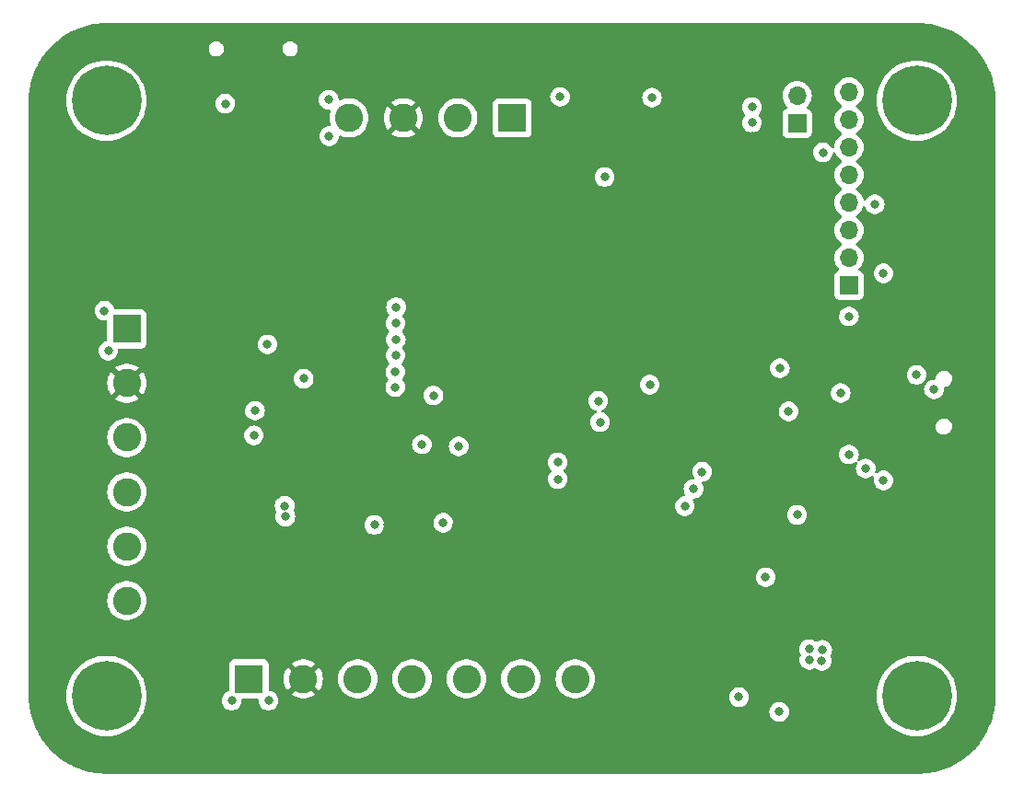
<source format=gbr>
%TF.GenerationSoftware,KiCad,Pcbnew,7.0.7*%
%TF.CreationDate,2023-11-02T23:53:28-05:00*%
%TF.ProjectId,STM32F030,53544d33-3246-4303-9330-2e6b69636164,rev?*%
%TF.SameCoordinates,Original*%
%TF.FileFunction,Copper,L2,Inr*%
%TF.FilePolarity,Positive*%
%FSLAX46Y46*%
G04 Gerber Fmt 4.6, Leading zero omitted, Abs format (unit mm)*
G04 Created by KiCad (PCBNEW 7.0.7) date 2023-11-02 23:53:28*
%MOMM*%
%LPD*%
G01*
G04 APERTURE LIST*
%TA.AperFunction,ComponentPad*%
%ADD10C,0.800000*%
%TD*%
%TA.AperFunction,ComponentPad*%
%ADD11C,6.400000*%
%TD*%
%TA.AperFunction,ComponentPad*%
%ADD12R,1.700000X1.700000*%
%TD*%
%TA.AperFunction,ComponentPad*%
%ADD13O,1.700000X1.700000*%
%TD*%
%TA.AperFunction,ComponentPad*%
%ADD14R,2.600000X2.600000*%
%TD*%
%TA.AperFunction,ComponentPad*%
%ADD15C,2.600000*%
%TD*%
%TA.AperFunction,ViaPad*%
%ADD16C,0.800000*%
%TD*%
G04 APERTURE END LIST*
D10*
%TO.N,N/C*%
%TO.C,H1*%
X99993750Y-65881250D03*
X100696694Y-64184194D03*
X100696694Y-67578306D03*
X102393750Y-63481250D03*
D11*
X102393750Y-65881250D03*
D10*
X102393750Y-68281250D03*
X104090806Y-64184194D03*
X104090806Y-67578306D03*
X104793750Y-65881250D03*
%TD*%
D12*
%TO.N,USART1_TX*%
%TO.C,UART*%
X165893750Y-67950000D03*
D13*
%TO.N,USART1_RX*%
X165893750Y-65410000D03*
%TD*%
D10*
%TO.N,N/C*%
%TO.C,H3*%
X174496694Y-120650000D03*
X175199638Y-118952944D03*
X175199638Y-122347056D03*
X176896694Y-118250000D03*
D11*
X176896694Y-120650000D03*
D10*
X176896694Y-123050000D03*
X178593750Y-118952944D03*
X178593750Y-122347056D03*
X179296694Y-120650000D03*
%TD*%
D12*
%TO.N,RTS*%
%TO.C,GPIO*%
X170656250Y-82867500D03*
D13*
%TO.N,CTS*%
X170656250Y-80327500D03*
%TO.N,GP0*%
X170656250Y-77787500D03*
%TO.N,GP1*%
X170656250Y-75247500D03*
%TO.N,GP2*%
X170656250Y-72707500D03*
%TO.N,GP3*%
X170656250Y-70167500D03*
%TO.N,GP4*%
X170656250Y-67627500D03*
%TO.N,GP5*%
X170656250Y-65087500D03*
%TD*%
D14*
%TO.N,GND*%
%TO.C,Analog*%
X104270000Y-86875000D03*
D15*
%TO.N,+3.3V*%
X104270000Y-91875000D03*
%TO.N,Lin_Pots1*%
X104270000Y-96875000D03*
%TO.N,Lin_Pots2*%
X104270000Y-101875000D03*
%TO.N,Lin_Pots3*%
X104270000Y-106875000D03*
%TO.N,Lin_Pots4*%
X104270000Y-111875000D03*
%TD*%
D10*
%TO.N,N/C*%
%TO.C,H4*%
X99993750Y-120650000D03*
X100696694Y-118952944D03*
X100696694Y-122347056D03*
X102393750Y-118250000D03*
D11*
X102393750Y-120650000D03*
D10*
X102393750Y-123050000D03*
X104090806Y-118952944D03*
X104090806Y-122347056D03*
X104793750Y-120650000D03*
%TD*%
%TO.N,N/C*%
%TO.C,H2*%
X174496694Y-65881250D03*
X175199638Y-64184194D03*
X175199638Y-67578306D03*
X176896694Y-63481250D03*
D11*
X176896694Y-65881250D03*
D10*
X176896694Y-68281250D03*
X178593750Y-64184194D03*
X178593750Y-67578306D03*
X179296694Y-65881250D03*
%TD*%
D14*
%TO.N,GND*%
%TO.C,SPI*%
X115493750Y-119062500D03*
D15*
%TO.N,+3.3V*%
X120493750Y-119062500D03*
%TO.N,SPI1_SCK*%
X125493750Y-119062500D03*
%TO.N,SPI1_MISO*%
X130493750Y-119062500D03*
%TO.N,SPI1_MOSI*%
X135493750Y-119062500D03*
%TO.N,SPI1_CS1*%
X140493750Y-119062500D03*
%TO.N,SPI1_CS2*%
X145493750Y-119062500D03*
%TD*%
D14*
%TO.N,I2C1_SCL*%
%TO.C,I2C*%
X139700000Y-67468750D03*
D15*
%TO.N,I2C1_SDA*%
X134700000Y-67468750D03*
%TO.N,+3.3V*%
X129700000Y-67468750D03*
%TO.N,GND*%
X124700000Y-67468750D03*
%TD*%
D16*
%TO.N,+3.3V*%
X124675000Y-89450000D03*
X142675000Y-75275000D03*
X124625000Y-87875000D03*
X126500000Y-97125000D03*
X124650000Y-90900000D03*
X127525000Y-65675000D03*
X166987500Y-114700000D03*
X131375000Y-112050000D03*
X158050000Y-69200000D03*
X170025000Y-96025000D03*
X161775000Y-69175000D03*
X158725000Y-90525000D03*
X124700000Y-84825000D03*
X135250000Y-112875000D03*
X167000000Y-119275000D03*
X126875000Y-103125000D03*
X172250000Y-95500000D03*
X124625000Y-92425000D03*
X105875000Y-94400000D03*
X166962500Y-113850000D03*
X132100000Y-75325000D03*
X134575000Y-104875000D03*
X102350000Y-94325000D03*
X124675000Y-86350000D03*
X167050000Y-120800000D03*
X122875000Y-120975000D03*
X127750000Y-69000000D03*
X122825000Y-117425000D03*
X168037500Y-114700000D03*
X136450000Y-96175000D03*
X168012500Y-113825000D03*
X128250000Y-104850000D03*
X147850000Y-96900000D03*
X118400000Y-66100000D03*
%TO.N,GND*%
X134775000Y-97675000D03*
X129025000Y-84875000D03*
X167000000Y-116325000D03*
X128950000Y-90825000D03*
X133350000Y-104700000D03*
X122825000Y-65800000D03*
X143875000Y-99150000D03*
X117300000Y-121075000D03*
X147775000Y-95450000D03*
X176875000Y-91100000D03*
X168150000Y-117425000D03*
X172200000Y-99725000D03*
X168200000Y-116400000D03*
X113906248Y-121077833D03*
X164250000Y-122100000D03*
X167025000Y-117325000D03*
X120525000Y-91450000D03*
X122875000Y-69150000D03*
X143875000Y-100700000D03*
X128975000Y-89300000D03*
X113325000Y-66150000D03*
X144100000Y-65525000D03*
X102200000Y-85200000D03*
X160550000Y-120750000D03*
X115950000Y-96675000D03*
X148200000Y-72900000D03*
X163000000Y-109725000D03*
X147600000Y-93500000D03*
X128975000Y-86350000D03*
X102575000Y-88875000D03*
X117200000Y-88300000D03*
X169900000Y-92775000D03*
X118850000Y-104150000D03*
X118775000Y-103150000D03*
X128950000Y-92225000D03*
X161750000Y-67900000D03*
X129000000Y-87850000D03*
X116050000Y-94400000D03*
X161750000Y-66475000D03*
X152350000Y-92000000D03*
X178475000Y-92450000D03*
X152550000Y-65600000D03*
X127025000Y-104900000D03*
%TO.N,NRST*%
X132465364Y-93000000D03*
X131400000Y-97500000D03*
%TO.N,RTS*%
X165893750Y-103981250D03*
X170656250Y-85725000D03*
%TO.N,CTS*%
X173831250Y-100806250D03*
X173831250Y-81756250D03*
%TO.N,GP1*%
X173037500Y-75406250D03*
X170656250Y-98425000D03*
%TO.N,GP3*%
X155575000Y-103187500D03*
X165100000Y-94456250D03*
%TO.N,GP4*%
X156368750Y-101600000D03*
X168275000Y-70643750D03*
%TO.N,GP5*%
X164306250Y-90487500D03*
X157162500Y-100012500D03*
%TD*%
%TA.AperFunction,Conductor*%
%TO.N,+3.3V*%
G36*
X177300424Y-58748508D02*
G01*
X177518934Y-58756686D01*
X177523217Y-58756996D01*
X177798537Y-58786598D01*
X178037914Y-58813571D01*
X178041939Y-58814160D01*
X178310158Y-58862554D01*
X178551359Y-58908193D01*
X178555061Y-58909016D01*
X178817458Y-58975990D01*
X179056419Y-59040021D01*
X179059888Y-59041061D01*
X179315968Y-59126294D01*
X179550529Y-59208372D01*
X179553684Y-59209576D01*
X179802544Y-59312658D01*
X180030951Y-59412312D01*
X180033904Y-59413694D01*
X180093875Y-59443713D01*
X180274450Y-59534103D01*
X180495165Y-59650756D01*
X180495207Y-59650778D01*
X180497873Y-59652272D01*
X180729067Y-59789446D01*
X180940795Y-59922484D01*
X180943151Y-59924041D01*
X181163934Y-60077334D01*
X181366388Y-60226752D01*
X181576672Y-60396210D01*
X181690227Y-60493932D01*
X181767470Y-60560405D01*
X181779001Y-60571141D01*
X181965087Y-60744394D01*
X182143105Y-60922412D01*
X182327093Y-61120028D01*
X182491273Y-61310809D01*
X182491288Y-61310826D01*
X182559612Y-61395610D01*
X182660746Y-61521110D01*
X182810167Y-61723567D01*
X182963445Y-61944329D01*
X182965014Y-61946703D01*
X183098053Y-62158432D01*
X183235226Y-62389625D01*
X183236720Y-62392291D01*
X183353404Y-62613065D01*
X183473804Y-62853594D01*
X183475189Y-62856553D01*
X183574848Y-63084971D01*
X183677892Y-63333740D01*
X183677903Y-63333765D01*
X183679143Y-63337015D01*
X183761211Y-63571550D01*
X183846422Y-63827562D01*
X183847482Y-63831096D01*
X183911517Y-64070070D01*
X183978473Y-64332398D01*
X183979313Y-64336181D01*
X184004502Y-64469302D01*
X184024953Y-64577386D01*
X184073335Y-64845541D01*
X184073930Y-64849608D01*
X184100920Y-65089135D01*
X184130500Y-65364265D01*
X184130812Y-65368575D01*
X184139003Y-65587409D01*
X184149500Y-65881250D01*
X184149500Y-120650000D01*
X184139556Y-120928422D01*
X184130743Y-121163362D01*
X184130431Y-121167666D01*
X184101972Y-121432384D01*
X184073802Y-121682387D01*
X184073207Y-121686454D01*
X184026012Y-121948046D01*
X183979129Y-122195834D01*
X183978283Y-122199642D01*
X183912577Y-122457076D01*
X183847226Y-122700969D01*
X183846166Y-122704503D01*
X183762264Y-122956587D01*
X183678808Y-123195089D01*
X183677568Y-123198338D01*
X183575880Y-123443838D01*
X183474777Y-123675567D01*
X183473392Y-123678526D01*
X183354421Y-123916203D01*
X183236223Y-124139843D01*
X183234729Y-124142509D01*
X183099063Y-124371164D01*
X182964416Y-124585455D01*
X182962847Y-124587829D01*
X182811178Y-124806276D01*
X182708720Y-124945104D01*
X182660014Y-125011098D01*
X182492278Y-125219246D01*
X182326245Y-125412181D01*
X182144072Y-125607850D01*
X181964079Y-125787844D01*
X181768424Y-125970006D01*
X181575489Y-126136041D01*
X181367322Y-126303795D01*
X181162519Y-126454948D01*
X180944065Y-126606624D01*
X180941691Y-126608193D01*
X180727403Y-126742840D01*
X180498770Y-126878495D01*
X180496104Y-126879990D01*
X180272443Y-126998200D01*
X180034771Y-127117170D01*
X180031812Y-127118555D01*
X179800072Y-127219665D01*
X179554574Y-127321354D01*
X179551325Y-127322594D01*
X179312821Y-127406052D01*
X179060757Y-127489949D01*
X179057223Y-127491009D01*
X178813333Y-127556362D01*
X178555883Y-127622073D01*
X178552076Y-127622919D01*
X178304275Y-127669807D01*
X178042712Y-127716999D01*
X178038645Y-127717594D01*
X177788574Y-127745772D01*
X177523948Y-127774223D01*
X177519638Y-127774535D01*
X177270895Y-127783845D01*
X177007626Y-127793250D01*
X102393750Y-127793250D01*
X102099971Y-127782757D01*
X101881086Y-127774567D01*
X101876776Y-127774256D01*
X101601652Y-127744677D01*
X101362104Y-127717686D01*
X101358036Y-127717091D01*
X101089916Y-127668717D01*
X100848692Y-127623075D01*
X100844884Y-127622229D01*
X100582595Y-127555284D01*
X100343584Y-127491241D01*
X100340059Y-127490183D01*
X100260099Y-127463570D01*
X100084077Y-127404984D01*
X99849490Y-127322899D01*
X99846261Y-127321667D01*
X99597474Y-127218616D01*
X99369037Y-127118950D01*
X99366077Y-127117565D01*
X99365288Y-127117170D01*
X99125554Y-126997167D01*
X98904787Y-126880489D01*
X98902126Y-126878998D01*
X98670913Y-126741813D01*
X98459187Y-126608777D01*
X98456813Y-126607208D01*
X98236054Y-126453931D01*
X98033604Y-126304517D01*
X97823309Y-126135051D01*
X97632517Y-125970861D01*
X97535206Y-125880262D01*
X97434908Y-125786880D01*
X97256869Y-125608841D01*
X97166592Y-125511877D01*
X97072888Y-125411232D01*
X96908690Y-125220430D01*
X96840373Y-125135654D01*
X96739229Y-125010141D01*
X96589818Y-124807695D01*
X96533877Y-124727125D01*
X96436522Y-124586908D01*
X96434986Y-124584584D01*
X96301934Y-124372833D01*
X96300944Y-124371164D01*
X96164735Y-124141596D01*
X96163265Y-124138972D01*
X96046609Y-123918248D01*
X95926167Y-123677637D01*
X95924813Y-123674743D01*
X95825135Y-123446280D01*
X95722066Y-123197450D01*
X95720862Y-123194293D01*
X95638765Y-122959672D01*
X95613628Y-122884148D01*
X95553551Y-122703647D01*
X95552513Y-122700185D01*
X95488462Y-122461143D01*
X95444336Y-122288259D01*
X95421514Y-122198843D01*
X95420682Y-122195097D01*
X95375034Y-121953841D01*
X95326652Y-121685682D01*
X95326066Y-121681676D01*
X95299075Y-121442126D01*
X95269489Y-121166935D01*
X95269184Y-121162720D01*
X95261011Y-120944322D01*
X95250500Y-120650000D01*
X98688172Y-120650000D01*
X98708472Y-121037339D01*
X98728330Y-121162720D01*
X98769148Y-121420433D01*
X98852557Y-121731722D01*
X98869538Y-121795094D01*
X99008537Y-122157197D01*
X99184627Y-122502793D01*
X99395872Y-122828082D01*
X99499934Y-122956587D01*
X99639969Y-123129516D01*
X99914234Y-123403781D01*
X99914238Y-123403784D01*
X100215667Y-123647877D01*
X100540956Y-123859122D01*
X100540961Y-123859125D01*
X100886556Y-124035214D01*
X101248663Y-124174214D01*
X101623317Y-124274602D01*
X102006412Y-124335278D01*
X102372326Y-124354455D01*
X102393749Y-124355578D01*
X102393750Y-124355578D01*
X102393751Y-124355578D01*
X102414051Y-124354514D01*
X102781088Y-124335278D01*
X103164183Y-124274602D01*
X103538837Y-124174214D01*
X103900944Y-124035214D01*
X104246539Y-123859125D01*
X104571834Y-123647876D01*
X104873266Y-123403781D01*
X105147531Y-123129516D01*
X105391626Y-122828084D01*
X105602875Y-122502789D01*
X105778964Y-122157194D01*
X105800919Y-122100000D01*
X163344540Y-122100000D01*
X163364326Y-122288256D01*
X163364327Y-122288259D01*
X163422818Y-122468277D01*
X163422821Y-122468284D01*
X163517467Y-122632216D01*
X163544727Y-122662491D01*
X163644129Y-122772888D01*
X163797265Y-122884148D01*
X163797270Y-122884151D01*
X163970192Y-122961142D01*
X163970197Y-122961144D01*
X164155354Y-123000500D01*
X164155355Y-123000500D01*
X164344644Y-123000500D01*
X164344646Y-123000500D01*
X164529803Y-122961144D01*
X164702730Y-122884151D01*
X164855871Y-122772888D01*
X164982533Y-122632216D01*
X165077179Y-122468284D01*
X165135674Y-122288256D01*
X165155460Y-122100000D01*
X165135674Y-121911744D01*
X165077179Y-121731716D01*
X164982533Y-121567784D01*
X164855871Y-121427112D01*
X164855870Y-121427111D01*
X164702734Y-121315851D01*
X164702729Y-121315848D01*
X164529807Y-121238857D01*
X164529802Y-121238855D01*
X164384000Y-121207865D01*
X164344646Y-121199500D01*
X164155354Y-121199500D01*
X164122897Y-121206398D01*
X163970197Y-121238855D01*
X163970192Y-121238857D01*
X163797270Y-121315848D01*
X163797265Y-121315851D01*
X163644129Y-121427111D01*
X163517466Y-121567785D01*
X163422821Y-121731715D01*
X163422818Y-121731722D01*
X163380495Y-121861981D01*
X163364326Y-121911744D01*
X163344540Y-122100000D01*
X105800919Y-122100000D01*
X105917964Y-121795087D01*
X106018352Y-121420433D01*
X106072614Y-121077833D01*
X113000788Y-121077833D01*
X113020574Y-121266089D01*
X113020575Y-121266092D01*
X113079066Y-121446110D01*
X113079069Y-121446117D01*
X113173715Y-121610049D01*
X113242511Y-121686454D01*
X113300377Y-121750721D01*
X113453513Y-121861981D01*
X113453518Y-121861984D01*
X113626440Y-121938975D01*
X113626445Y-121938977D01*
X113811602Y-121978333D01*
X113811603Y-121978333D01*
X114000892Y-121978333D01*
X114000894Y-121978333D01*
X114186051Y-121938977D01*
X114358978Y-121861984D01*
X114512119Y-121750721D01*
X114638781Y-121610049D01*
X114733427Y-121446117D01*
X114791922Y-121266089D01*
X114811708Y-121077833D01*
X114803523Y-120999958D01*
X114816093Y-120931231D01*
X114863825Y-120880207D01*
X114926844Y-120862999D01*
X116279106Y-120862999D01*
X116346145Y-120882684D01*
X116391900Y-120935488D01*
X116402426Y-120999959D01*
X116394540Y-121075000D01*
X116414326Y-121263256D01*
X116414327Y-121263259D01*
X116472818Y-121443277D01*
X116472821Y-121443284D01*
X116567467Y-121607216D01*
X116679567Y-121731715D01*
X116694129Y-121747888D01*
X116847265Y-121859148D01*
X116847270Y-121859151D01*
X117020192Y-121936142D01*
X117020197Y-121936144D01*
X117205354Y-121975500D01*
X117205355Y-121975500D01*
X117394644Y-121975500D01*
X117394646Y-121975500D01*
X117579803Y-121936144D01*
X117752730Y-121859151D01*
X117905871Y-121747888D01*
X118032533Y-121607216D01*
X118127179Y-121443284D01*
X118185674Y-121263256D01*
X118205460Y-121075000D01*
X118185674Y-120886744D01*
X118127179Y-120706716D01*
X118032533Y-120542784D01*
X117905871Y-120402112D01*
X117905870Y-120402111D01*
X117752734Y-120290851D01*
X117752729Y-120290848D01*
X117579807Y-120213857D01*
X117579802Y-120213855D01*
X117392468Y-120174037D01*
X117330986Y-120140845D01*
X117297210Y-120079682D01*
X117294249Y-120052755D01*
X117294249Y-119062504D01*
X118688703Y-119062504D01*
X118708863Y-119331526D01*
X118708863Y-119331528D01*
X118768892Y-119594533D01*
X118768898Y-119594552D01*
X118867459Y-119845681D01*
X118867458Y-119845681D01*
X119002352Y-120079322D01*
X119056044Y-120146651D01*
X119776081Y-119426614D01*
X119837404Y-119393129D01*
X119907095Y-119398113D01*
X119963029Y-119439985D01*
X119968457Y-119447850D01*
X119988937Y-119480120D01*
X119988938Y-119480121D01*
X120108654Y-119592541D01*
X120112016Y-119594984D01*
X120114014Y-119597574D01*
X120114340Y-119597881D01*
X120114290Y-119597933D01*
X120154684Y-119650312D01*
X120160665Y-119719925D01*
X120128061Y-119781721D01*
X120126815Y-119782985D01*
X119408598Y-120501202D01*
X119591233Y-120625720D01*
X119591235Y-120625721D01*
X119834289Y-120742769D01*
X119834287Y-120742769D01*
X120092087Y-120822290D01*
X120092093Y-120822292D01*
X120358851Y-120862499D01*
X120358860Y-120862500D01*
X120628640Y-120862500D01*
X120628648Y-120862499D01*
X120895406Y-120822292D01*
X120895412Y-120822290D01*
X121153211Y-120742769D01*
X121396271Y-120625718D01*
X121578900Y-120501202D01*
X120856984Y-119779287D01*
X120823499Y-119717964D01*
X120828483Y-119648273D01*
X120870355Y-119592339D01*
X120871703Y-119591344D01*
X120942242Y-119540095D01*
X121028621Y-119435680D01*
X121086518Y-119396574D01*
X121156370Y-119394978D01*
X121211844Y-119427041D01*
X121931453Y-120146651D01*
X121931454Y-120146650D01*
X121985143Y-120079328D01*
X121985150Y-120079317D01*
X122120040Y-119845681D01*
X122218601Y-119594552D01*
X122218607Y-119594533D01*
X122278636Y-119331528D01*
X122278636Y-119331526D01*
X122298797Y-119062504D01*
X123688201Y-119062504D01*
X123708366Y-119331601D01*
X123768414Y-119594688D01*
X123768416Y-119594695D01*
X123867006Y-119845896D01*
X123867008Y-119845900D01*
X123891808Y-119888855D01*
X124001935Y-120079602D01*
X124137830Y-120250009D01*
X124170192Y-120290589D01*
X124356933Y-120463858D01*
X124368009Y-120474135D01*
X124590976Y-120626151D01*
X124834109Y-120743238D01*
X125091978Y-120822780D01*
X125091979Y-120822780D01*
X125091982Y-120822781D01*
X125358813Y-120862999D01*
X125358818Y-120862999D01*
X125358821Y-120863000D01*
X125358822Y-120863000D01*
X125628678Y-120863000D01*
X125628679Y-120863000D01*
X125628686Y-120862999D01*
X125895517Y-120822781D01*
X125895518Y-120822780D01*
X125895522Y-120822780D01*
X126153391Y-120743238D01*
X126396525Y-120626151D01*
X126619491Y-120474135D01*
X126813972Y-120293683D01*
X126817307Y-120290589D01*
X126817307Y-120290587D01*
X126817311Y-120290585D01*
X126985565Y-120079602D01*
X127120493Y-119845898D01*
X127219084Y-119594695D01*
X127279133Y-119331603D01*
X127293281Y-119142806D01*
X127299299Y-119062504D01*
X128688201Y-119062504D01*
X128708366Y-119331601D01*
X128768414Y-119594688D01*
X128768416Y-119594695D01*
X128867006Y-119845896D01*
X128867008Y-119845900D01*
X128891808Y-119888855D01*
X129001935Y-120079602D01*
X129137830Y-120250009D01*
X129170192Y-120290589D01*
X129356933Y-120463858D01*
X129368009Y-120474135D01*
X129590976Y-120626151D01*
X129834109Y-120743238D01*
X130091978Y-120822780D01*
X130091979Y-120822780D01*
X130091982Y-120822781D01*
X130358813Y-120862999D01*
X130358818Y-120862999D01*
X130358821Y-120863000D01*
X130358822Y-120863000D01*
X130628678Y-120863000D01*
X130628679Y-120863000D01*
X130628686Y-120862999D01*
X130895517Y-120822781D01*
X130895518Y-120822780D01*
X130895522Y-120822780D01*
X131153391Y-120743238D01*
X131396525Y-120626151D01*
X131619491Y-120474135D01*
X131813972Y-120293683D01*
X131817307Y-120290589D01*
X131817307Y-120290587D01*
X131817311Y-120290585D01*
X131985565Y-120079602D01*
X132120493Y-119845898D01*
X132219084Y-119594695D01*
X132279133Y-119331603D01*
X132293281Y-119142806D01*
X132299299Y-119062504D01*
X133688201Y-119062504D01*
X133708366Y-119331601D01*
X133768414Y-119594688D01*
X133768416Y-119594695D01*
X133867006Y-119845896D01*
X133867008Y-119845900D01*
X133891808Y-119888855D01*
X134001935Y-120079602D01*
X134137830Y-120250009D01*
X134170192Y-120290589D01*
X134356933Y-120463858D01*
X134368009Y-120474135D01*
X134590976Y-120626151D01*
X134834109Y-120743238D01*
X135091978Y-120822780D01*
X135091979Y-120822780D01*
X135091982Y-120822781D01*
X135358813Y-120862999D01*
X135358818Y-120862999D01*
X135358821Y-120863000D01*
X135358822Y-120863000D01*
X135628678Y-120863000D01*
X135628679Y-120863000D01*
X135628686Y-120862999D01*
X135895517Y-120822781D01*
X135895518Y-120822780D01*
X135895522Y-120822780D01*
X136153391Y-120743238D01*
X136396525Y-120626151D01*
X136619491Y-120474135D01*
X136813972Y-120293683D01*
X136817307Y-120290589D01*
X136817307Y-120290587D01*
X136817311Y-120290585D01*
X136985565Y-120079602D01*
X137120493Y-119845898D01*
X137219084Y-119594695D01*
X137279133Y-119331603D01*
X137293281Y-119142806D01*
X137299299Y-119062504D01*
X138688201Y-119062504D01*
X138708366Y-119331601D01*
X138768414Y-119594688D01*
X138768416Y-119594695D01*
X138867006Y-119845896D01*
X138867008Y-119845900D01*
X138891808Y-119888855D01*
X139001935Y-120079602D01*
X139137830Y-120250009D01*
X139170192Y-120290589D01*
X139356933Y-120463858D01*
X139368009Y-120474135D01*
X139590976Y-120626151D01*
X139834109Y-120743238D01*
X140091978Y-120822780D01*
X140091979Y-120822780D01*
X140091982Y-120822781D01*
X140358813Y-120862999D01*
X140358818Y-120862999D01*
X140358821Y-120863000D01*
X140358822Y-120863000D01*
X140628678Y-120863000D01*
X140628679Y-120863000D01*
X140628686Y-120862999D01*
X140895517Y-120822781D01*
X140895518Y-120822780D01*
X140895522Y-120822780D01*
X141153391Y-120743238D01*
X141396525Y-120626151D01*
X141619491Y-120474135D01*
X141813972Y-120293683D01*
X141817307Y-120290589D01*
X141817307Y-120290587D01*
X141817311Y-120290585D01*
X141985565Y-120079602D01*
X142120493Y-119845898D01*
X142219084Y-119594695D01*
X142279133Y-119331603D01*
X142293281Y-119142806D01*
X142299299Y-119062504D01*
X143688201Y-119062504D01*
X143708366Y-119331601D01*
X143768414Y-119594688D01*
X143768416Y-119594695D01*
X143867006Y-119845896D01*
X143867008Y-119845900D01*
X143891808Y-119888855D01*
X144001935Y-120079602D01*
X144137830Y-120250009D01*
X144170192Y-120290589D01*
X144356933Y-120463858D01*
X144368009Y-120474135D01*
X144590976Y-120626151D01*
X144834109Y-120743238D01*
X145091978Y-120822780D01*
X145091979Y-120822780D01*
X145091982Y-120822781D01*
X145358813Y-120862999D01*
X145358818Y-120862999D01*
X145358821Y-120863000D01*
X145358822Y-120863000D01*
X145628678Y-120863000D01*
X145628679Y-120863000D01*
X145628686Y-120862999D01*
X145895517Y-120822781D01*
X145895518Y-120822780D01*
X145895522Y-120822780D01*
X146131469Y-120750000D01*
X159644540Y-120750000D01*
X159664326Y-120938256D01*
X159664327Y-120938259D01*
X159722818Y-121118277D01*
X159722821Y-121118284D01*
X159817467Y-121282216D01*
X159936281Y-121414172D01*
X159944129Y-121422888D01*
X160097265Y-121534148D01*
X160097270Y-121534151D01*
X160270192Y-121611142D01*
X160270197Y-121611144D01*
X160455354Y-121650500D01*
X160455355Y-121650500D01*
X160644644Y-121650500D01*
X160644646Y-121650500D01*
X160829803Y-121611144D01*
X161002730Y-121534151D01*
X161155871Y-121422888D01*
X161282533Y-121282216D01*
X161377179Y-121118284D01*
X161435674Y-120938256D01*
X161455460Y-120750000D01*
X161444950Y-120650000D01*
X173191116Y-120650000D01*
X173211416Y-121037339D01*
X173231274Y-121162720D01*
X173272092Y-121420433D01*
X173355501Y-121731722D01*
X173372482Y-121795094D01*
X173511481Y-122157197D01*
X173687571Y-122502793D01*
X173898816Y-122828082D01*
X174002878Y-122956587D01*
X174142913Y-123129516D01*
X174417178Y-123403781D01*
X174417182Y-123403784D01*
X174718611Y-123647877D01*
X175043900Y-123859122D01*
X175043905Y-123859125D01*
X175389500Y-124035214D01*
X175751607Y-124174214D01*
X176126261Y-124274602D01*
X176509356Y-124335278D01*
X176875270Y-124354455D01*
X176896693Y-124355578D01*
X176896694Y-124355578D01*
X176896695Y-124355578D01*
X176916995Y-124354514D01*
X177284032Y-124335278D01*
X177667127Y-124274602D01*
X178041781Y-124174214D01*
X178403888Y-124035214D01*
X178749483Y-123859125D01*
X179074778Y-123647876D01*
X179376210Y-123403781D01*
X179650475Y-123129516D01*
X179894570Y-122828084D01*
X180105819Y-122502789D01*
X180281908Y-122157194D01*
X180420908Y-121795087D01*
X180521296Y-121420433D01*
X180581972Y-121037338D01*
X180602272Y-120650000D01*
X180581972Y-120262662D01*
X180521296Y-119879567D01*
X180420908Y-119504913D01*
X180281908Y-119142806D01*
X180105819Y-118797211D01*
X180096944Y-118783544D01*
X179894571Y-118471917D01*
X179681787Y-118209151D01*
X179650475Y-118170484D01*
X179376210Y-117896219D01*
X179328043Y-117857214D01*
X179074776Y-117652122D01*
X178749487Y-117440877D01*
X178403891Y-117264787D01*
X178041788Y-117125788D01*
X178041781Y-117125786D01*
X177667127Y-117025398D01*
X177667123Y-117025397D01*
X177667122Y-117025397D01*
X177284033Y-116964722D01*
X176896695Y-116944422D01*
X176896693Y-116944422D01*
X176509354Y-116964722D01*
X176126266Y-117025397D01*
X176126264Y-117025397D01*
X175751599Y-117125788D01*
X175389496Y-117264787D01*
X175043900Y-117440877D01*
X174718611Y-117652122D01*
X174417182Y-117896215D01*
X174417174Y-117896222D01*
X174142916Y-118170480D01*
X174142909Y-118170488D01*
X173898816Y-118471917D01*
X173687571Y-118797206D01*
X173511481Y-119142802D01*
X173372482Y-119504905D01*
X173272091Y-119879570D01*
X173272091Y-119879572D01*
X173211416Y-120262660D01*
X173191116Y-120649999D01*
X173191116Y-120650000D01*
X161444950Y-120650000D01*
X161435674Y-120561744D01*
X161377179Y-120381716D01*
X161282533Y-120217784D01*
X161155871Y-120077112D01*
X161155870Y-120077111D01*
X161002734Y-119965851D01*
X161002729Y-119965848D01*
X160829807Y-119888857D01*
X160829802Y-119888855D01*
X160684000Y-119857865D01*
X160644646Y-119849500D01*
X160455354Y-119849500D01*
X160422897Y-119856398D01*
X160270197Y-119888855D01*
X160270192Y-119888857D01*
X160097270Y-119965848D01*
X160097265Y-119965851D01*
X159944129Y-120077111D01*
X159817466Y-120217785D01*
X159722821Y-120381715D01*
X159722818Y-120381722D01*
X159664327Y-120561740D01*
X159664326Y-120561744D01*
X159644540Y-120750000D01*
X146131469Y-120750000D01*
X146153391Y-120743238D01*
X146396525Y-120626151D01*
X146619491Y-120474135D01*
X146813972Y-120293683D01*
X146817307Y-120290589D01*
X146817307Y-120290587D01*
X146817311Y-120290585D01*
X146985565Y-120079602D01*
X147120493Y-119845898D01*
X147219084Y-119594695D01*
X147279133Y-119331603D01*
X147293281Y-119142806D01*
X147299299Y-119062504D01*
X147299299Y-119062495D01*
X147279139Y-118793473D01*
X147279133Y-118793397D01*
X147219084Y-118530305D01*
X147120493Y-118279102D01*
X146985565Y-118045398D01*
X146817311Y-117834415D01*
X146817310Y-117834414D01*
X146817307Y-117834410D01*
X146619491Y-117650865D01*
X146564329Y-117613256D01*
X146396525Y-117498849D01*
X146396519Y-117498846D01*
X146396518Y-117498845D01*
X146396517Y-117498844D01*
X146153393Y-117381763D01*
X146153395Y-117381763D01*
X145895523Y-117302220D01*
X145895517Y-117302218D01*
X145628686Y-117262000D01*
X145628679Y-117262000D01*
X145358821Y-117262000D01*
X145358813Y-117262000D01*
X145091982Y-117302218D01*
X145091976Y-117302220D01*
X144834108Y-117381762D01*
X144590980Y-117498846D01*
X144368008Y-117650865D01*
X144170192Y-117834410D01*
X144001935Y-118045398D01*
X143867008Y-118279099D01*
X143867006Y-118279103D01*
X143768416Y-118530304D01*
X143768414Y-118530311D01*
X143708366Y-118793398D01*
X143688201Y-119062495D01*
X143688201Y-119062504D01*
X142299299Y-119062504D01*
X142299299Y-119062495D01*
X142279139Y-118793473D01*
X142279133Y-118793397D01*
X142219084Y-118530305D01*
X142120493Y-118279102D01*
X141985565Y-118045398D01*
X141817311Y-117834415D01*
X141817310Y-117834414D01*
X141817307Y-117834410D01*
X141619491Y-117650865D01*
X141564329Y-117613256D01*
X141396525Y-117498849D01*
X141396519Y-117498846D01*
X141396518Y-117498845D01*
X141396517Y-117498844D01*
X141153393Y-117381763D01*
X141153395Y-117381763D01*
X140895523Y-117302220D01*
X140895517Y-117302218D01*
X140628686Y-117262000D01*
X140628679Y-117262000D01*
X140358821Y-117262000D01*
X140358813Y-117262000D01*
X140091982Y-117302218D01*
X140091976Y-117302220D01*
X139834108Y-117381762D01*
X139590980Y-117498846D01*
X139368008Y-117650865D01*
X139170192Y-117834410D01*
X139001935Y-118045398D01*
X138867008Y-118279099D01*
X138867006Y-118279103D01*
X138768416Y-118530304D01*
X138768414Y-118530311D01*
X138708366Y-118793398D01*
X138688201Y-119062495D01*
X138688201Y-119062504D01*
X137299299Y-119062504D01*
X137299299Y-119062495D01*
X137279139Y-118793473D01*
X137279133Y-118793397D01*
X137219084Y-118530305D01*
X137120493Y-118279102D01*
X136985565Y-118045398D01*
X136817311Y-117834415D01*
X136817310Y-117834414D01*
X136817307Y-117834410D01*
X136619491Y-117650865D01*
X136564329Y-117613256D01*
X136396525Y-117498849D01*
X136396519Y-117498846D01*
X136396518Y-117498845D01*
X136396517Y-117498844D01*
X136153393Y-117381763D01*
X136153395Y-117381763D01*
X135895523Y-117302220D01*
X135895517Y-117302218D01*
X135628686Y-117262000D01*
X135628679Y-117262000D01*
X135358821Y-117262000D01*
X135358813Y-117262000D01*
X135091982Y-117302218D01*
X135091976Y-117302220D01*
X134834108Y-117381762D01*
X134590980Y-117498846D01*
X134368008Y-117650865D01*
X134170192Y-117834410D01*
X134001935Y-118045398D01*
X133867008Y-118279099D01*
X133867006Y-118279103D01*
X133768416Y-118530304D01*
X133768414Y-118530311D01*
X133708366Y-118793398D01*
X133688201Y-119062495D01*
X133688201Y-119062504D01*
X132299299Y-119062504D01*
X132299299Y-119062495D01*
X132279139Y-118793473D01*
X132279133Y-118793397D01*
X132219084Y-118530305D01*
X132120493Y-118279102D01*
X131985565Y-118045398D01*
X131817311Y-117834415D01*
X131817310Y-117834414D01*
X131817307Y-117834410D01*
X131619491Y-117650865D01*
X131564329Y-117613256D01*
X131396525Y-117498849D01*
X131396519Y-117498846D01*
X131396518Y-117498845D01*
X131396517Y-117498844D01*
X131153393Y-117381763D01*
X131153395Y-117381763D01*
X130895523Y-117302220D01*
X130895517Y-117302218D01*
X130628686Y-117262000D01*
X130628679Y-117262000D01*
X130358821Y-117262000D01*
X130358813Y-117262000D01*
X130091982Y-117302218D01*
X130091976Y-117302220D01*
X129834108Y-117381762D01*
X129590980Y-117498846D01*
X129368008Y-117650865D01*
X129170192Y-117834410D01*
X129001935Y-118045398D01*
X128867008Y-118279099D01*
X128867006Y-118279103D01*
X128768416Y-118530304D01*
X128768414Y-118530311D01*
X128708366Y-118793398D01*
X128688201Y-119062495D01*
X128688201Y-119062504D01*
X127299299Y-119062504D01*
X127299299Y-119062495D01*
X127279139Y-118793473D01*
X127279133Y-118793397D01*
X127219084Y-118530305D01*
X127120493Y-118279102D01*
X126985565Y-118045398D01*
X126817311Y-117834415D01*
X126817310Y-117834414D01*
X126817307Y-117834410D01*
X126619491Y-117650865D01*
X126564329Y-117613256D01*
X126396525Y-117498849D01*
X126396519Y-117498846D01*
X126396518Y-117498845D01*
X126396517Y-117498844D01*
X126153393Y-117381763D01*
X126153395Y-117381763D01*
X125895523Y-117302220D01*
X125895517Y-117302218D01*
X125628686Y-117262000D01*
X125628679Y-117262000D01*
X125358821Y-117262000D01*
X125358813Y-117262000D01*
X125091982Y-117302218D01*
X125091976Y-117302220D01*
X124834108Y-117381762D01*
X124590980Y-117498846D01*
X124368008Y-117650865D01*
X124170192Y-117834410D01*
X124001935Y-118045398D01*
X123867008Y-118279099D01*
X123867006Y-118279103D01*
X123768416Y-118530304D01*
X123768414Y-118530311D01*
X123708366Y-118793398D01*
X123688201Y-119062495D01*
X123688201Y-119062504D01*
X122298797Y-119062504D01*
X122298797Y-119062495D01*
X122278636Y-118793473D01*
X122278636Y-118793471D01*
X122218607Y-118530466D01*
X122218601Y-118530447D01*
X122120040Y-118279318D01*
X122120041Y-118279318D01*
X121985147Y-118045677D01*
X121931454Y-117978347D01*
X121211417Y-118698384D01*
X121150094Y-118731869D01*
X121080402Y-118726885D01*
X121024469Y-118685013D01*
X121019040Y-118677146D01*
X121017521Y-118674752D01*
X120998564Y-118644881D01*
X120934692Y-118584902D01*
X120878847Y-118532460D01*
X120875482Y-118530015D01*
X120873481Y-118527420D01*
X120873160Y-118527119D01*
X120873208Y-118527067D01*
X120832814Y-118474687D01*
X120826832Y-118405074D01*
X120859435Y-118343278D01*
X120860682Y-118342013D01*
X121578900Y-117623796D01*
X121396267Y-117499279D01*
X121396266Y-117499278D01*
X121153210Y-117382230D01*
X121153212Y-117382230D01*
X120895412Y-117302709D01*
X120895406Y-117302707D01*
X120628648Y-117262500D01*
X120358851Y-117262500D01*
X120092093Y-117302707D01*
X120092087Y-117302709D01*
X119834288Y-117382230D01*
X119591235Y-117499278D01*
X119591226Y-117499283D01*
X119408598Y-117623796D01*
X120130515Y-118345712D01*
X120164000Y-118407035D01*
X120159016Y-118476726D01*
X120117144Y-118532660D01*
X120115720Y-118533710D01*
X120045260Y-118584902D01*
X120045258Y-118584905D01*
X119958880Y-118689318D01*
X119900980Y-118728425D01*
X119831128Y-118730021D01*
X119775655Y-118697958D01*
X119056045Y-117978348D01*
X119002350Y-118045680D01*
X118867459Y-118279318D01*
X118768898Y-118530447D01*
X118768892Y-118530466D01*
X118708863Y-118793471D01*
X118708863Y-118793473D01*
X118688703Y-119062495D01*
X118688703Y-119062504D01*
X117294249Y-119062504D01*
X117294249Y-117714628D01*
X117287841Y-117655017D01*
X117286761Y-117652122D01*
X117237547Y-117520171D01*
X117237543Y-117520164D01*
X117151297Y-117404955D01*
X117151294Y-117404952D01*
X117036085Y-117318706D01*
X117036078Y-117318702D01*
X116901232Y-117268408D01*
X116901233Y-117268408D01*
X116841633Y-117262001D01*
X116841631Y-117262000D01*
X116841623Y-117262000D01*
X116841614Y-117262000D01*
X114145879Y-117262000D01*
X114145873Y-117262001D01*
X114086266Y-117268408D01*
X113951421Y-117318702D01*
X113951414Y-117318706D01*
X113836205Y-117404952D01*
X113836202Y-117404955D01*
X113749956Y-117520164D01*
X113749952Y-117520171D01*
X113699658Y-117655017D01*
X113693251Y-117714616D01*
X113693251Y-117714623D01*
X113693250Y-117714635D01*
X113693250Y-120106418D01*
X113673565Y-120173457D01*
X113620761Y-120219212D01*
X113619687Y-120219697D01*
X113453515Y-120293683D01*
X113453513Y-120293684D01*
X113300377Y-120404944D01*
X113173714Y-120545618D01*
X113079069Y-120709548D01*
X113079066Y-120709555D01*
X113020575Y-120889573D01*
X113020574Y-120889577D01*
X113000788Y-121077833D01*
X106072614Y-121077833D01*
X106079028Y-121037338D01*
X106099328Y-120650000D01*
X106079028Y-120262662D01*
X106018352Y-119879567D01*
X105917964Y-119504913D01*
X105778964Y-119142806D01*
X105602875Y-118797211D01*
X105594000Y-118783544D01*
X105391627Y-118471917D01*
X105178843Y-118209151D01*
X105147531Y-118170484D01*
X104873266Y-117896219D01*
X104825099Y-117857214D01*
X104571832Y-117652122D01*
X104246543Y-117440877D01*
X103900947Y-117264787D01*
X103538844Y-117125788D01*
X103538837Y-117125786D01*
X103164183Y-117025398D01*
X103164179Y-117025397D01*
X103164178Y-117025397D01*
X102781089Y-116964722D01*
X102393751Y-116944422D01*
X102393749Y-116944422D01*
X102006410Y-116964722D01*
X101623322Y-117025397D01*
X101623320Y-117025397D01*
X101248655Y-117125788D01*
X100886552Y-117264787D01*
X100540956Y-117440877D01*
X100215667Y-117652122D01*
X99914238Y-117896215D01*
X99914230Y-117896222D01*
X99639972Y-118170480D01*
X99639965Y-118170488D01*
X99395872Y-118471917D01*
X99184627Y-118797206D01*
X99008537Y-119142802D01*
X98869538Y-119504905D01*
X98769147Y-119879570D01*
X98769147Y-119879572D01*
X98708472Y-120262660D01*
X98688172Y-120649999D01*
X98688172Y-120650000D01*
X95250500Y-120650000D01*
X95250500Y-120649500D01*
X95250500Y-116325000D01*
X166094540Y-116325000D01*
X166114326Y-116513256D01*
X166114327Y-116513259D01*
X166172818Y-116693277D01*
X166172821Y-116693284D01*
X166216122Y-116768284D01*
X166225571Y-116784649D01*
X166242044Y-116852549D01*
X166225572Y-116908648D01*
X166197820Y-116956715D01*
X166139327Y-117136740D01*
X166139326Y-117136744D01*
X166119540Y-117325000D01*
X166139326Y-117513256D01*
X166139327Y-117513259D01*
X166197818Y-117693277D01*
X166197821Y-117693284D01*
X166292467Y-117857216D01*
X166382506Y-117957214D01*
X166419129Y-117997888D01*
X166572265Y-118109148D01*
X166572270Y-118109151D01*
X166745192Y-118186142D01*
X166745197Y-118186144D01*
X166930354Y-118225500D01*
X166930355Y-118225500D01*
X167119644Y-118225500D01*
X167119646Y-118225500D01*
X167304803Y-118186144D01*
X167433998Y-118128622D01*
X167463109Y-118115661D01*
X167532359Y-118106376D01*
X167586430Y-118128622D01*
X167697265Y-118209148D01*
X167697270Y-118209151D01*
X167870192Y-118286142D01*
X167870197Y-118286144D01*
X168055354Y-118325500D01*
X168055355Y-118325500D01*
X168244644Y-118325500D01*
X168244646Y-118325500D01*
X168429803Y-118286144D01*
X168602730Y-118209151D01*
X168755871Y-118097888D01*
X168882533Y-117957216D01*
X168977179Y-117793284D01*
X169035674Y-117613256D01*
X169055460Y-117425000D01*
X169035674Y-117236744D01*
X168977179Y-117056716D01*
X168954710Y-117017799D01*
X168938238Y-116949901D01*
X168954710Y-116893804D01*
X169027179Y-116768284D01*
X169085674Y-116588256D01*
X169105460Y-116400000D01*
X169085674Y-116211744D01*
X169027179Y-116031716D01*
X168932533Y-115867784D01*
X168805871Y-115727112D01*
X168805870Y-115727111D01*
X168652734Y-115615851D01*
X168652729Y-115615848D01*
X168479807Y-115538857D01*
X168479802Y-115538855D01*
X168334001Y-115507865D01*
X168294646Y-115499500D01*
X168105354Y-115499500D01*
X168072897Y-115506398D01*
X167920197Y-115538855D01*
X167920192Y-115538857D01*
X167747270Y-115615848D01*
X167747266Y-115615851D01*
X167724498Y-115632393D01*
X167658691Y-115655872D01*
X167590638Y-115640046D01*
X167578729Y-115632392D01*
X167452734Y-115540851D01*
X167452729Y-115540848D01*
X167279807Y-115463857D01*
X167279802Y-115463855D01*
X167134001Y-115432865D01*
X167094646Y-115424500D01*
X166905354Y-115424500D01*
X166872897Y-115431398D01*
X166720197Y-115463855D01*
X166720192Y-115463857D01*
X166547270Y-115540848D01*
X166547265Y-115540851D01*
X166394129Y-115652111D01*
X166267466Y-115792785D01*
X166172821Y-115956715D01*
X166172818Y-115956722D01*
X166114327Y-116136740D01*
X166114326Y-116136744D01*
X166094540Y-116325000D01*
X95250500Y-116325000D01*
X95250500Y-111875004D01*
X102464451Y-111875004D01*
X102484616Y-112144101D01*
X102544664Y-112407188D01*
X102544666Y-112407195D01*
X102643257Y-112658398D01*
X102778185Y-112892102D01*
X102914080Y-113062509D01*
X102946442Y-113103089D01*
X103133183Y-113276358D01*
X103144259Y-113286635D01*
X103367226Y-113438651D01*
X103610359Y-113555738D01*
X103868228Y-113635280D01*
X103868229Y-113635280D01*
X103868232Y-113635281D01*
X104135063Y-113675499D01*
X104135068Y-113675499D01*
X104135071Y-113675500D01*
X104135072Y-113675500D01*
X104404928Y-113675500D01*
X104404929Y-113675500D01*
X104404936Y-113675499D01*
X104671767Y-113635281D01*
X104671768Y-113635280D01*
X104671772Y-113635280D01*
X104929641Y-113555738D01*
X105172775Y-113438651D01*
X105395741Y-113286635D01*
X105593561Y-113103085D01*
X105761815Y-112892102D01*
X105896743Y-112658398D01*
X105995334Y-112407195D01*
X106055383Y-112144103D01*
X106075549Y-111875000D01*
X106055383Y-111605897D01*
X105995334Y-111342805D01*
X105896743Y-111091602D01*
X105761815Y-110857898D01*
X105593561Y-110646915D01*
X105593560Y-110646914D01*
X105593557Y-110646910D01*
X105395741Y-110463365D01*
X105299704Y-110397888D01*
X105172775Y-110311349D01*
X105172769Y-110311346D01*
X105172768Y-110311345D01*
X105172767Y-110311344D01*
X104929643Y-110194263D01*
X104929645Y-110194263D01*
X104671773Y-110114720D01*
X104671767Y-110114718D01*
X104404936Y-110074500D01*
X104404929Y-110074500D01*
X104135071Y-110074500D01*
X104135063Y-110074500D01*
X103868232Y-110114718D01*
X103868226Y-110114720D01*
X103610358Y-110194262D01*
X103367230Y-110311346D01*
X103144258Y-110463365D01*
X102946442Y-110646910D01*
X102778185Y-110857898D01*
X102643258Y-111091599D01*
X102643256Y-111091603D01*
X102544666Y-111342804D01*
X102544664Y-111342811D01*
X102484616Y-111605898D01*
X102464451Y-111874995D01*
X102464451Y-111875004D01*
X95250500Y-111875004D01*
X95250500Y-109725000D01*
X162094540Y-109725000D01*
X162114326Y-109913256D01*
X162114327Y-109913259D01*
X162172818Y-110093277D01*
X162172821Y-110093284D01*
X162267467Y-110257216D01*
X162316209Y-110311349D01*
X162394129Y-110397888D01*
X162547265Y-110509148D01*
X162547270Y-110509151D01*
X162720192Y-110586142D01*
X162720197Y-110586144D01*
X162905354Y-110625500D01*
X162905355Y-110625500D01*
X163094644Y-110625500D01*
X163094646Y-110625500D01*
X163279803Y-110586144D01*
X163452730Y-110509151D01*
X163605871Y-110397888D01*
X163732533Y-110257216D01*
X163827179Y-110093284D01*
X163885674Y-109913256D01*
X163905460Y-109725000D01*
X163885674Y-109536744D01*
X163827179Y-109356716D01*
X163732533Y-109192784D01*
X163605871Y-109052112D01*
X163605870Y-109052111D01*
X163452734Y-108940851D01*
X163452729Y-108940848D01*
X163279807Y-108863857D01*
X163279802Y-108863855D01*
X163134000Y-108832865D01*
X163094646Y-108824500D01*
X162905354Y-108824500D01*
X162872897Y-108831398D01*
X162720197Y-108863855D01*
X162720192Y-108863857D01*
X162547270Y-108940848D01*
X162547265Y-108940851D01*
X162394129Y-109052111D01*
X162267466Y-109192785D01*
X162172821Y-109356715D01*
X162172818Y-109356722D01*
X162114327Y-109536740D01*
X162114326Y-109536744D01*
X162094540Y-109725000D01*
X95250500Y-109725000D01*
X95250500Y-106875004D01*
X102464451Y-106875004D01*
X102484616Y-107144101D01*
X102544664Y-107407188D01*
X102544666Y-107407195D01*
X102643257Y-107658398D01*
X102778185Y-107892102D01*
X102914080Y-108062509D01*
X102946442Y-108103089D01*
X103133183Y-108276358D01*
X103144259Y-108286635D01*
X103367226Y-108438651D01*
X103610359Y-108555738D01*
X103868228Y-108635280D01*
X103868229Y-108635280D01*
X103868232Y-108635281D01*
X104135063Y-108675499D01*
X104135068Y-108675499D01*
X104135071Y-108675500D01*
X104135072Y-108675500D01*
X104404928Y-108675500D01*
X104404929Y-108675500D01*
X104404936Y-108675499D01*
X104671767Y-108635281D01*
X104671768Y-108635280D01*
X104671772Y-108635280D01*
X104929641Y-108555738D01*
X105172775Y-108438651D01*
X105395741Y-108286635D01*
X105593561Y-108103085D01*
X105761815Y-107892102D01*
X105896743Y-107658398D01*
X105995334Y-107407195D01*
X106055383Y-107144103D01*
X106075549Y-106875000D01*
X106055383Y-106605897D01*
X105995334Y-106342805D01*
X105896743Y-106091602D01*
X105761815Y-105857898D01*
X105593561Y-105646915D01*
X105593560Y-105646914D01*
X105593557Y-105646910D01*
X105395741Y-105463365D01*
X105350051Y-105432214D01*
X105172775Y-105311349D01*
X105172769Y-105311346D01*
X105172768Y-105311345D01*
X105172767Y-105311344D01*
X104929643Y-105194263D01*
X104929645Y-105194263D01*
X104671773Y-105114720D01*
X104671767Y-105114718D01*
X104404936Y-105074500D01*
X104404929Y-105074500D01*
X104135071Y-105074500D01*
X104135063Y-105074500D01*
X103868232Y-105114718D01*
X103868226Y-105114720D01*
X103610358Y-105194262D01*
X103367230Y-105311346D01*
X103144258Y-105463365D01*
X102946442Y-105646910D01*
X102778185Y-105857898D01*
X102643258Y-106091599D01*
X102643256Y-106091603D01*
X102544666Y-106342804D01*
X102544664Y-106342811D01*
X102484616Y-106605898D01*
X102464451Y-106874995D01*
X102464451Y-106875004D01*
X95250500Y-106875004D01*
X95250500Y-101875004D01*
X102464451Y-101875004D01*
X102484616Y-102144101D01*
X102544664Y-102407188D01*
X102544666Y-102407195D01*
X102586824Y-102514612D01*
X102643257Y-102658398D01*
X102778185Y-102892102D01*
X102914080Y-103062509D01*
X102946442Y-103103089D01*
X103047764Y-103197101D01*
X103144259Y-103286635D01*
X103367226Y-103438651D01*
X103367229Y-103438652D01*
X103367230Y-103438653D01*
X103397490Y-103453225D01*
X103610359Y-103555738D01*
X103868228Y-103635280D01*
X103868229Y-103635280D01*
X103868232Y-103635281D01*
X104135063Y-103675499D01*
X104135068Y-103675499D01*
X104135071Y-103675500D01*
X104135072Y-103675500D01*
X104404928Y-103675500D01*
X104404929Y-103675500D01*
X104404936Y-103675499D01*
X104671767Y-103635281D01*
X104671768Y-103635280D01*
X104671772Y-103635280D01*
X104929641Y-103555738D01*
X105121765Y-103463216D01*
X105172767Y-103438655D01*
X105172767Y-103438654D01*
X105172775Y-103438651D01*
X105395741Y-103286635D01*
X105542999Y-103150000D01*
X117869540Y-103150000D01*
X117889326Y-103338256D01*
X117889327Y-103338259D01*
X117947818Y-103518277D01*
X117947821Y-103518284D01*
X118025571Y-103652951D01*
X118042044Y-103720851D01*
X118025576Y-103776943D01*
X118022821Y-103781715D01*
X117964327Y-103961740D01*
X117964326Y-103961744D01*
X117944540Y-104150000D01*
X117964326Y-104338256D01*
X117964327Y-104338259D01*
X118022818Y-104518277D01*
X118022821Y-104518284D01*
X118117467Y-104682216D01*
X118244128Y-104822888D01*
X118244129Y-104822888D01*
X118397265Y-104934148D01*
X118397270Y-104934151D01*
X118570192Y-105011142D01*
X118570197Y-105011144D01*
X118755354Y-105050500D01*
X118755355Y-105050500D01*
X118944644Y-105050500D01*
X118944646Y-105050500D01*
X119129803Y-105011144D01*
X119302730Y-104934151D01*
X119349735Y-104900000D01*
X126119540Y-104900000D01*
X126139326Y-105088256D01*
X126139327Y-105088259D01*
X126197818Y-105268277D01*
X126197821Y-105268284D01*
X126292467Y-105432216D01*
X126320514Y-105463365D01*
X126419129Y-105572888D01*
X126572265Y-105684148D01*
X126572270Y-105684151D01*
X126745192Y-105761142D01*
X126745197Y-105761144D01*
X126930354Y-105800500D01*
X126930355Y-105800500D01*
X127119644Y-105800500D01*
X127119646Y-105800500D01*
X127304803Y-105761144D01*
X127477730Y-105684151D01*
X127630871Y-105572888D01*
X127757533Y-105432216D01*
X127852179Y-105268284D01*
X127910674Y-105088256D01*
X127930460Y-104900000D01*
X127910674Y-104711744D01*
X127906858Y-104700000D01*
X132444540Y-104700000D01*
X132464326Y-104888256D01*
X132464327Y-104888259D01*
X132522818Y-105068277D01*
X132522821Y-105068284D01*
X132617467Y-105232216D01*
X132688719Y-105311349D01*
X132744129Y-105372888D01*
X132897265Y-105484148D01*
X132897270Y-105484151D01*
X133070192Y-105561142D01*
X133070197Y-105561144D01*
X133255354Y-105600500D01*
X133255355Y-105600500D01*
X133444644Y-105600500D01*
X133444646Y-105600500D01*
X133629803Y-105561144D01*
X133802730Y-105484151D01*
X133955871Y-105372888D01*
X134082533Y-105232216D01*
X134177179Y-105068284D01*
X134235674Y-104888256D01*
X134255460Y-104700000D01*
X134235674Y-104511744D01*
X134177179Y-104331716D01*
X134082533Y-104167784D01*
X133955871Y-104027112D01*
X133955870Y-104027111D01*
X133802734Y-103915851D01*
X133802729Y-103915848D01*
X133629807Y-103838857D01*
X133629802Y-103838855D01*
X133484001Y-103807865D01*
X133444646Y-103799500D01*
X133255354Y-103799500D01*
X133222897Y-103806398D01*
X133070197Y-103838855D01*
X133070192Y-103838857D01*
X132897270Y-103915848D01*
X132897265Y-103915851D01*
X132744129Y-104027111D01*
X132617466Y-104167785D01*
X132522821Y-104331715D01*
X132522818Y-104331722D01*
X132464327Y-104511740D01*
X132464326Y-104511744D01*
X132444540Y-104700000D01*
X127906858Y-104700000D01*
X127852179Y-104531716D01*
X127757533Y-104367784D01*
X127630871Y-104227112D01*
X127630870Y-104227111D01*
X127477734Y-104115851D01*
X127477729Y-104115848D01*
X127304807Y-104038857D01*
X127304802Y-104038855D01*
X127159000Y-104007865D01*
X127119646Y-103999500D01*
X126930354Y-103999500D01*
X126897897Y-104006398D01*
X126745197Y-104038855D01*
X126745192Y-104038857D01*
X126572270Y-104115848D01*
X126572265Y-104115851D01*
X126419129Y-104227111D01*
X126292466Y-104367785D01*
X126197821Y-104531715D01*
X126197818Y-104531722D01*
X126158043Y-104654138D01*
X126139326Y-104711744D01*
X126119540Y-104900000D01*
X119349735Y-104900000D01*
X119455871Y-104822888D01*
X119582533Y-104682216D01*
X119677179Y-104518284D01*
X119735674Y-104338256D01*
X119755460Y-104150000D01*
X119735674Y-103961744D01*
X119677179Y-103781716D01*
X119599428Y-103647047D01*
X119582955Y-103579147D01*
X119599429Y-103523046D01*
X119602179Y-103518284D01*
X119660674Y-103338256D01*
X119676519Y-103187500D01*
X154669540Y-103187500D01*
X154689326Y-103375756D01*
X154689327Y-103375759D01*
X154747818Y-103555777D01*
X154747821Y-103555784D01*
X154842467Y-103719716D01*
X154949742Y-103838857D01*
X154969129Y-103860388D01*
X155122265Y-103971648D01*
X155122270Y-103971651D01*
X155295192Y-104048642D01*
X155295197Y-104048644D01*
X155480354Y-104088000D01*
X155480355Y-104088000D01*
X155669644Y-104088000D01*
X155669646Y-104088000D01*
X155854803Y-104048644D01*
X156006171Y-103981250D01*
X164988290Y-103981250D01*
X165008076Y-104169506D01*
X165008077Y-104169509D01*
X165066568Y-104349527D01*
X165066571Y-104349534D01*
X165161217Y-104513466D01*
X165287879Y-104654138D01*
X165441015Y-104765398D01*
X165441020Y-104765401D01*
X165613942Y-104842392D01*
X165613947Y-104842394D01*
X165799104Y-104881750D01*
X165799105Y-104881750D01*
X165988394Y-104881750D01*
X165988396Y-104881750D01*
X166173553Y-104842394D01*
X166346480Y-104765401D01*
X166499621Y-104654138D01*
X166626283Y-104513466D01*
X166720929Y-104349534D01*
X166779424Y-104169506D01*
X166799210Y-103981250D01*
X166779424Y-103792994D01*
X166724862Y-103625073D01*
X166720931Y-103612972D01*
X166720930Y-103612971D01*
X166720929Y-103612966D01*
X166626283Y-103449034D01*
X166499621Y-103308362D01*
X166499620Y-103308361D01*
X166346484Y-103197101D01*
X166346479Y-103197098D01*
X166173557Y-103120107D01*
X166173552Y-103120105D01*
X166027751Y-103089115D01*
X165988396Y-103080750D01*
X165799104Y-103080750D01*
X165766647Y-103087648D01*
X165613947Y-103120105D01*
X165613942Y-103120107D01*
X165441020Y-103197098D01*
X165441015Y-103197101D01*
X165287879Y-103308361D01*
X165161216Y-103449035D01*
X165066571Y-103612965D01*
X165066568Y-103612972D01*
X165008077Y-103792990D01*
X165008076Y-103792994D01*
X164988290Y-103981250D01*
X156006171Y-103981250D01*
X156027730Y-103971651D01*
X156180871Y-103860388D01*
X156307533Y-103719716D01*
X156402179Y-103555784D01*
X156460674Y-103375756D01*
X156480460Y-103187500D01*
X156460674Y-102999244D01*
X156402179Y-102819216D01*
X156380532Y-102781722D01*
X156325556Y-102686499D01*
X156309083Y-102618599D01*
X156331936Y-102552572D01*
X156386857Y-102509382D01*
X156432943Y-102500500D01*
X156463394Y-102500500D01*
X156463396Y-102500500D01*
X156648553Y-102461144D01*
X156821480Y-102384151D01*
X156974621Y-102272888D01*
X157101283Y-102132216D01*
X157195929Y-101968284D01*
X157254424Y-101788256D01*
X157274210Y-101600000D01*
X157254424Y-101411744D01*
X157199862Y-101243823D01*
X157195931Y-101231722D01*
X157195926Y-101231710D01*
X157119306Y-101098999D01*
X157102833Y-101031099D01*
X157125686Y-100965072D01*
X157180607Y-100921882D01*
X157226693Y-100913000D01*
X157257144Y-100913000D01*
X157257146Y-100913000D01*
X157442303Y-100873644D01*
X157615230Y-100796651D01*
X157768371Y-100685388D01*
X157895033Y-100544716D01*
X157989679Y-100380784D01*
X158048174Y-100200756D01*
X158067960Y-100012500D01*
X158048174Y-99824244D01*
X157989679Y-99644216D01*
X157895033Y-99480284D01*
X157768371Y-99339612D01*
X157766505Y-99338256D01*
X157615234Y-99228351D01*
X157615229Y-99228348D01*
X157442307Y-99151357D01*
X157442302Y-99151355D01*
X157296501Y-99120365D01*
X157257146Y-99112000D01*
X157067854Y-99112000D01*
X157035397Y-99118898D01*
X156882697Y-99151355D01*
X156882692Y-99151357D01*
X156709770Y-99228348D01*
X156709765Y-99228351D01*
X156556629Y-99339611D01*
X156429966Y-99480285D01*
X156335321Y-99644215D01*
X156335318Y-99644222D01*
X156277266Y-99822890D01*
X156276826Y-99824244D01*
X156257040Y-100012500D01*
X156276826Y-100200756D01*
X156276827Y-100200759D01*
X156335318Y-100380777D01*
X156335323Y-100380789D01*
X156411944Y-100513501D01*
X156428417Y-100581401D01*
X156405564Y-100647428D01*
X156350643Y-100690618D01*
X156304557Y-100699500D01*
X156274104Y-100699500D01*
X156241647Y-100706398D01*
X156088947Y-100738855D01*
X156088942Y-100738857D01*
X155916020Y-100815848D01*
X155916015Y-100815851D01*
X155762879Y-100927111D01*
X155636216Y-101067785D01*
X155541571Y-101231715D01*
X155541568Y-101231722D01*
X155495701Y-101372888D01*
X155483076Y-101411744D01*
X155463290Y-101600000D01*
X155483076Y-101788256D01*
X155483077Y-101788259D01*
X155541568Y-101968277D01*
X155541573Y-101968289D01*
X155618194Y-102101001D01*
X155634667Y-102168901D01*
X155611814Y-102234928D01*
X155556893Y-102278118D01*
X155510807Y-102287000D01*
X155480354Y-102287000D01*
X155447897Y-102293898D01*
X155295197Y-102326355D01*
X155295192Y-102326357D01*
X155122270Y-102403348D01*
X155122265Y-102403351D01*
X154969129Y-102514611D01*
X154842466Y-102655285D01*
X154747821Y-102819215D01*
X154747818Y-102819222D01*
X154689327Y-102999240D01*
X154689326Y-102999244D01*
X154669540Y-103187500D01*
X119676519Y-103187500D01*
X119680460Y-103150000D01*
X119660674Y-102961744D01*
X119602179Y-102781716D01*
X119507533Y-102617784D01*
X119380871Y-102477112D01*
X119358893Y-102461144D01*
X119227734Y-102365851D01*
X119227729Y-102365848D01*
X119054807Y-102288857D01*
X119054802Y-102288855D01*
X118909000Y-102257865D01*
X118869646Y-102249500D01*
X118680354Y-102249500D01*
X118647897Y-102256398D01*
X118495197Y-102288855D01*
X118495192Y-102288857D01*
X118322270Y-102365848D01*
X118322265Y-102365851D01*
X118169129Y-102477111D01*
X118042466Y-102617785D01*
X117947821Y-102781715D01*
X117947818Y-102781722D01*
X117911954Y-102892102D01*
X117889326Y-102961744D01*
X117869540Y-103150000D01*
X105542999Y-103150000D01*
X105593561Y-103103085D01*
X105761815Y-102892102D01*
X105896743Y-102658398D01*
X105995334Y-102407195D01*
X106055383Y-102144103D01*
X106068558Y-101968289D01*
X106075549Y-101875004D01*
X106075549Y-101874995D01*
X106055383Y-101605898D01*
X106027595Y-101484151D01*
X105995334Y-101342805D01*
X105896743Y-101091602D01*
X105761815Y-100857898D01*
X105635895Y-100700000D01*
X142969540Y-100700000D01*
X142989326Y-100888256D01*
X142989327Y-100888259D01*
X143047818Y-101068277D01*
X143047821Y-101068284D01*
X143142467Y-101232216D01*
X143269129Y-101372887D01*
X143269129Y-101372888D01*
X143422265Y-101484148D01*
X143422270Y-101484151D01*
X143595192Y-101561142D01*
X143595197Y-101561144D01*
X143780354Y-101600500D01*
X143780355Y-101600500D01*
X143969644Y-101600500D01*
X143969646Y-101600500D01*
X144154803Y-101561144D01*
X144327730Y-101484151D01*
X144480871Y-101372888D01*
X144607533Y-101232216D01*
X144702179Y-101068284D01*
X144760674Y-100888256D01*
X144780460Y-100700000D01*
X144760674Y-100511744D01*
X144702179Y-100331716D01*
X144607533Y-100167784D01*
X144480871Y-100027112D01*
X144480870Y-100027111D01*
X144480868Y-100027109D01*
X144478405Y-100025320D01*
X144477323Y-100023917D01*
X144476037Y-100022759D01*
X144476248Y-100022523D01*
X144435738Y-99969991D01*
X144429757Y-99900378D01*
X144462362Y-99838582D01*
X144478405Y-99824680D01*
X144480868Y-99822890D01*
X144480867Y-99822890D01*
X144480871Y-99822888D01*
X144607533Y-99682216D01*
X144702179Y-99518284D01*
X144760674Y-99338256D01*
X144780460Y-99150000D01*
X144760674Y-98961744D01*
X144702179Y-98781716D01*
X144607533Y-98617784D01*
X144480871Y-98477112D01*
X144456146Y-98459148D01*
X144409145Y-98425000D01*
X169750790Y-98425000D01*
X169770576Y-98613256D01*
X169770577Y-98613259D01*
X169829068Y-98793277D01*
X169829071Y-98793284D01*
X169923717Y-98957216D01*
X170009161Y-99052111D01*
X170050379Y-99097888D01*
X170203515Y-99209148D01*
X170203520Y-99209151D01*
X170376442Y-99286142D01*
X170376447Y-99286144D01*
X170561604Y-99325500D01*
X170561605Y-99325500D01*
X170750894Y-99325500D01*
X170750896Y-99325500D01*
X170936053Y-99286144D01*
X171108980Y-99209151D01*
X171238261Y-99115222D01*
X171304064Y-99091744D01*
X171372118Y-99107569D01*
X171420813Y-99157675D01*
X171434689Y-99226153D01*
X171418532Y-99277541D01*
X171372820Y-99356717D01*
X171372818Y-99356722D01*
X171320326Y-99518277D01*
X171314326Y-99536744D01*
X171294540Y-99725000D01*
X171314326Y-99913256D01*
X171314327Y-99913259D01*
X171372818Y-100093277D01*
X171372821Y-100093284D01*
X171467467Y-100257216D01*
X171578733Y-100380789D01*
X171594129Y-100397888D01*
X171747265Y-100509148D01*
X171747270Y-100509151D01*
X171920192Y-100586142D01*
X171920197Y-100586144D01*
X172105354Y-100625500D01*
X172105355Y-100625500D01*
X172294644Y-100625500D01*
X172294646Y-100625500D01*
X172479803Y-100586144D01*
X172652730Y-100509151D01*
X172773616Y-100421322D01*
X172839423Y-100397842D01*
X172907477Y-100413667D01*
X172956172Y-100463773D01*
X172970047Y-100532251D01*
X172964433Y-100559958D01*
X172945576Y-100617994D01*
X172925790Y-100806250D01*
X172945576Y-100994506D01*
X172945577Y-100994509D01*
X173004068Y-101174527D01*
X173004071Y-101174534D01*
X173098717Y-101338466D01*
X173164697Y-101411744D01*
X173225379Y-101479138D01*
X173378515Y-101590398D01*
X173378520Y-101590401D01*
X173551442Y-101667392D01*
X173551447Y-101667394D01*
X173736604Y-101706750D01*
X173736605Y-101706750D01*
X173925894Y-101706750D01*
X173925896Y-101706750D01*
X174111053Y-101667394D01*
X174283980Y-101590401D01*
X174437121Y-101479138D01*
X174563783Y-101338466D01*
X174658429Y-101174534D01*
X174716924Y-100994506D01*
X174736710Y-100806250D01*
X174716924Y-100617994D01*
X174658429Y-100437966D01*
X174563783Y-100274034D01*
X174437121Y-100133362D01*
X174437120Y-100133361D01*
X174283984Y-100022101D01*
X174283979Y-100022098D01*
X174111057Y-99945107D01*
X174111052Y-99945105D01*
X173961209Y-99913256D01*
X173925896Y-99905750D01*
X173736604Y-99905750D01*
X173704147Y-99912648D01*
X173551447Y-99945105D01*
X173551442Y-99945107D01*
X173378520Y-100022098D01*
X173378516Y-100022100D01*
X173257631Y-100109928D01*
X173191825Y-100133407D01*
X173123771Y-100117581D01*
X173075077Y-100067475D01*
X173061202Y-99998997D01*
X173066815Y-99971295D01*
X173085674Y-99913256D01*
X173105460Y-99725000D01*
X173085674Y-99536744D01*
X173027179Y-99356716D01*
X172932533Y-99192784D01*
X172805871Y-99052112D01*
X172805870Y-99052111D01*
X172652734Y-98940851D01*
X172652729Y-98940848D01*
X172479807Y-98863857D01*
X172479802Y-98863855D01*
X172334001Y-98832865D01*
X172294646Y-98824500D01*
X172105354Y-98824500D01*
X172072897Y-98831398D01*
X171920197Y-98863855D01*
X171920192Y-98863857D01*
X171747270Y-98940848D01*
X171747265Y-98940851D01*
X171617990Y-99034775D01*
X171552183Y-99058255D01*
X171484130Y-99042429D01*
X171435435Y-98992323D01*
X171421560Y-98923845D01*
X171437717Y-98872459D01*
X171483429Y-98793284D01*
X171541924Y-98613256D01*
X171561710Y-98425000D01*
X171541924Y-98236744D01*
X171483429Y-98056716D01*
X171388783Y-97892784D01*
X171262121Y-97752112D01*
X171174235Y-97688259D01*
X171108984Y-97640851D01*
X171108979Y-97640848D01*
X170936057Y-97563857D01*
X170936052Y-97563855D01*
X170790251Y-97532865D01*
X170750896Y-97524500D01*
X170561604Y-97524500D01*
X170529147Y-97531398D01*
X170376447Y-97563855D01*
X170376442Y-97563857D01*
X170203520Y-97640848D01*
X170203515Y-97640851D01*
X170050379Y-97752111D01*
X169923716Y-97892785D01*
X169829071Y-98056715D01*
X169829068Y-98056722D01*
X169814003Y-98103089D01*
X169770576Y-98236744D01*
X169750790Y-98425000D01*
X144409145Y-98425000D01*
X144327734Y-98365851D01*
X144327729Y-98365848D01*
X144154807Y-98288857D01*
X144154802Y-98288855D01*
X144009000Y-98257865D01*
X143969646Y-98249500D01*
X143780354Y-98249500D01*
X143747897Y-98256398D01*
X143595197Y-98288855D01*
X143595192Y-98288857D01*
X143422270Y-98365848D01*
X143422265Y-98365851D01*
X143269129Y-98477111D01*
X143142466Y-98617785D01*
X143047821Y-98781715D01*
X143047818Y-98781722D01*
X142990798Y-98957214D01*
X142989326Y-98961744D01*
X142969540Y-99150000D01*
X142989326Y-99338256D01*
X142989327Y-99338259D01*
X143047818Y-99518277D01*
X143047821Y-99518284D01*
X143142467Y-99682216D01*
X143269129Y-99822888D01*
X143271598Y-99824682D01*
X143272680Y-99826085D01*
X143273958Y-99827236D01*
X143273747Y-99827469D01*
X143314264Y-99880012D01*
X143320243Y-99949625D01*
X143287637Y-100011420D01*
X143271598Y-100025318D01*
X143269129Y-100027111D01*
X143142466Y-100167785D01*
X143047821Y-100331715D01*
X143047818Y-100331722D01*
X142989327Y-100511740D01*
X142989326Y-100511744D01*
X142969540Y-100700000D01*
X105635895Y-100700000D01*
X105593561Y-100646915D01*
X105593560Y-100646914D01*
X105593557Y-100646910D01*
X105395741Y-100463365D01*
X105358496Y-100437972D01*
X105172775Y-100311349D01*
X105172769Y-100311346D01*
X105172768Y-100311345D01*
X105172767Y-100311344D01*
X104929643Y-100194263D01*
X104929645Y-100194263D01*
X104671773Y-100114720D01*
X104671767Y-100114718D01*
X104404936Y-100074500D01*
X104404929Y-100074500D01*
X104135071Y-100074500D01*
X104135063Y-100074500D01*
X103868232Y-100114718D01*
X103868226Y-100114720D01*
X103610358Y-100194262D01*
X103367230Y-100311346D01*
X103144258Y-100463365D01*
X102946442Y-100646910D01*
X102778185Y-100857898D01*
X102643258Y-101091599D01*
X102643256Y-101091603D01*
X102544666Y-101342804D01*
X102544664Y-101342811D01*
X102484616Y-101605898D01*
X102464451Y-101874995D01*
X102464451Y-101875004D01*
X95250500Y-101875004D01*
X95250500Y-96875004D01*
X102464451Y-96875004D01*
X102484616Y-97144101D01*
X102544664Y-97407188D01*
X102544666Y-97407195D01*
X102643256Y-97658396D01*
X102643258Y-97658400D01*
X102652842Y-97675000D01*
X102778185Y-97892102D01*
X102778730Y-97892785D01*
X102946442Y-98103089D01*
X103090485Y-98236740D01*
X103144259Y-98286635D01*
X103367226Y-98438651D01*
X103610359Y-98555738D01*
X103868228Y-98635280D01*
X103868229Y-98635280D01*
X103868232Y-98635281D01*
X104135063Y-98675499D01*
X104135068Y-98675499D01*
X104135071Y-98675500D01*
X104135072Y-98675500D01*
X104404928Y-98675500D01*
X104404929Y-98675500D01*
X104404936Y-98675499D01*
X104671767Y-98635281D01*
X104671768Y-98635280D01*
X104671772Y-98635280D01*
X104929641Y-98555738D01*
X105130206Y-98459151D01*
X105172767Y-98438655D01*
X105172767Y-98438654D01*
X105172775Y-98438651D01*
X105395741Y-98286635D01*
X105593561Y-98103085D01*
X105761815Y-97892102D01*
X105896743Y-97658398D01*
X105995334Y-97407195D01*
X106055383Y-97144103D01*
X106074361Y-96890851D01*
X106075549Y-96875004D01*
X106075549Y-96874995D01*
X106060561Y-96675000D01*
X115044540Y-96675000D01*
X115064326Y-96863256D01*
X115064327Y-96863259D01*
X115122818Y-97043277D01*
X115122821Y-97043284D01*
X115217467Y-97207216D01*
X115307063Y-97306722D01*
X115344129Y-97347888D01*
X115497265Y-97459148D01*
X115497270Y-97459151D01*
X115670192Y-97536142D01*
X115670197Y-97536144D01*
X115855354Y-97575500D01*
X115855355Y-97575500D01*
X116044644Y-97575500D01*
X116044646Y-97575500D01*
X116229803Y-97536144D01*
X116310983Y-97500000D01*
X130494540Y-97500000D01*
X130514326Y-97688256D01*
X130514327Y-97688259D01*
X130572818Y-97868277D01*
X130572821Y-97868284D01*
X130667467Y-98032216D01*
X130731278Y-98103085D01*
X130794129Y-98172888D01*
X130947265Y-98284148D01*
X130947270Y-98284151D01*
X131120192Y-98361142D01*
X131120197Y-98361144D01*
X131305354Y-98400500D01*
X131305355Y-98400500D01*
X131494644Y-98400500D01*
X131494646Y-98400500D01*
X131679803Y-98361144D01*
X131852730Y-98284151D01*
X132005871Y-98172888D01*
X132132533Y-98032216D01*
X132227179Y-97868284D01*
X132285674Y-97688256D01*
X132287067Y-97675000D01*
X133869540Y-97675000D01*
X133889326Y-97863256D01*
X133889327Y-97863259D01*
X133947818Y-98043277D01*
X133947821Y-98043284D01*
X134042467Y-98207216D01*
X134115977Y-98288857D01*
X134169129Y-98347888D01*
X134322265Y-98459148D01*
X134322270Y-98459151D01*
X134495192Y-98536142D01*
X134495197Y-98536144D01*
X134680354Y-98575500D01*
X134680355Y-98575500D01*
X134869644Y-98575500D01*
X134869646Y-98575500D01*
X135054803Y-98536144D01*
X135227730Y-98459151D01*
X135380871Y-98347888D01*
X135507533Y-98207216D01*
X135602179Y-98043284D01*
X135660674Y-97863256D01*
X135680460Y-97675000D01*
X135660674Y-97486744D01*
X135602179Y-97306716D01*
X135507533Y-97142784D01*
X135380871Y-97002112D01*
X135333624Y-96967785D01*
X135227734Y-96890851D01*
X135227729Y-96890848D01*
X135054807Y-96813857D01*
X135054802Y-96813855D01*
X134909000Y-96782865D01*
X134869646Y-96774500D01*
X134680354Y-96774500D01*
X134647897Y-96781398D01*
X134495197Y-96813855D01*
X134495192Y-96813857D01*
X134322270Y-96890848D01*
X134322265Y-96890851D01*
X134169129Y-97002111D01*
X134042466Y-97142785D01*
X133947821Y-97306715D01*
X133947818Y-97306722D01*
X133889327Y-97486740D01*
X133889326Y-97486744D01*
X133869540Y-97675000D01*
X132287067Y-97675000D01*
X132305460Y-97500000D01*
X132285674Y-97311744D01*
X132227179Y-97131716D01*
X132132533Y-96967784D01*
X132005871Y-96827112D01*
X131987626Y-96813856D01*
X131852734Y-96715851D01*
X131852729Y-96715848D01*
X131679807Y-96638857D01*
X131679802Y-96638855D01*
X131524742Y-96605897D01*
X131494646Y-96599500D01*
X131305354Y-96599500D01*
X131275258Y-96605897D01*
X131120197Y-96638855D01*
X131120192Y-96638857D01*
X130947270Y-96715848D01*
X130947265Y-96715851D01*
X130794129Y-96827111D01*
X130667466Y-96967785D01*
X130572821Y-97131715D01*
X130572818Y-97131722D01*
X130514327Y-97311740D01*
X130514326Y-97311744D01*
X130494540Y-97500000D01*
X116310983Y-97500000D01*
X116402730Y-97459151D01*
X116555871Y-97347888D01*
X116682533Y-97207216D01*
X116777179Y-97043284D01*
X116835674Y-96863256D01*
X116855460Y-96675000D01*
X116835674Y-96486744D01*
X116777179Y-96306716D01*
X116682533Y-96142784D01*
X116555871Y-96002112D01*
X116544300Y-95993705D01*
X116402734Y-95890851D01*
X116402729Y-95890848D01*
X116229807Y-95813857D01*
X116229802Y-95813855D01*
X116084000Y-95782865D01*
X116044646Y-95774500D01*
X115855354Y-95774500D01*
X115822897Y-95781398D01*
X115670197Y-95813855D01*
X115670192Y-95813857D01*
X115497270Y-95890848D01*
X115497265Y-95890851D01*
X115344129Y-96002111D01*
X115217466Y-96142785D01*
X115122821Y-96306715D01*
X115122818Y-96306722D01*
X115079081Y-96441332D01*
X115064326Y-96486744D01*
X115044540Y-96675000D01*
X106060561Y-96675000D01*
X106055383Y-96605898D01*
X106017822Y-96441331D01*
X105995334Y-96342805D01*
X105896743Y-96091602D01*
X105761815Y-95857898D01*
X105593561Y-95646915D01*
X105593560Y-95646914D01*
X105593557Y-95646910D01*
X105395741Y-95463365D01*
X105319349Y-95411282D01*
X105172775Y-95311349D01*
X105172769Y-95311346D01*
X105172768Y-95311345D01*
X105172767Y-95311344D01*
X104929643Y-95194263D01*
X104929645Y-95194263D01*
X104671773Y-95114720D01*
X104671767Y-95114718D01*
X104404936Y-95074500D01*
X104404929Y-95074500D01*
X104135071Y-95074500D01*
X104135063Y-95074500D01*
X103868232Y-95114718D01*
X103868226Y-95114720D01*
X103610358Y-95194262D01*
X103367230Y-95311346D01*
X103144258Y-95463365D01*
X102946442Y-95646910D01*
X102778185Y-95857898D01*
X102643258Y-96091599D01*
X102643256Y-96091603D01*
X102544666Y-96342804D01*
X102544664Y-96342811D01*
X102484616Y-96605898D01*
X102464451Y-96874995D01*
X102464451Y-96875004D01*
X95250500Y-96875004D01*
X95250500Y-94400000D01*
X115144540Y-94400000D01*
X115164326Y-94588256D01*
X115164327Y-94588259D01*
X115222818Y-94768277D01*
X115222821Y-94768284D01*
X115317467Y-94932216D01*
X115368115Y-94988466D01*
X115444129Y-95072888D01*
X115597265Y-95184148D01*
X115597270Y-95184151D01*
X115770192Y-95261142D01*
X115770197Y-95261144D01*
X115955354Y-95300500D01*
X115955355Y-95300500D01*
X116144644Y-95300500D01*
X116144646Y-95300500D01*
X116329803Y-95261144D01*
X116502730Y-95184151D01*
X116655871Y-95072888D01*
X116782533Y-94932216D01*
X116877179Y-94768284D01*
X116935674Y-94588256D01*
X116955460Y-94400000D01*
X116935674Y-94211744D01*
X116881112Y-94043823D01*
X116877181Y-94031722D01*
X116877180Y-94031721D01*
X116877179Y-94031716D01*
X116782533Y-93867784D01*
X116655871Y-93727112D01*
X116655870Y-93727111D01*
X116502734Y-93615851D01*
X116502729Y-93615848D01*
X116329807Y-93538857D01*
X116329802Y-93538855D01*
X116184000Y-93507865D01*
X116144646Y-93499500D01*
X115955354Y-93499500D01*
X115922897Y-93506398D01*
X115770197Y-93538855D01*
X115770192Y-93538857D01*
X115597270Y-93615848D01*
X115597265Y-93615851D01*
X115444129Y-93727111D01*
X115317466Y-93867785D01*
X115222821Y-94031715D01*
X115222818Y-94031722D01*
X115176951Y-94172888D01*
X115164326Y-94211744D01*
X115144540Y-94400000D01*
X95250500Y-94400000D01*
X95250500Y-91875004D01*
X102464953Y-91875004D01*
X102485113Y-92144026D01*
X102485113Y-92144028D01*
X102545142Y-92407033D01*
X102545148Y-92407052D01*
X102643709Y-92658181D01*
X102643708Y-92658181D01*
X102778602Y-92891822D01*
X102832294Y-92959151D01*
X103552331Y-92239114D01*
X103613654Y-92205629D01*
X103683345Y-92210613D01*
X103739279Y-92252485D01*
X103744707Y-92260350D01*
X103765187Y-92292620D01*
X103765188Y-92292621D01*
X103884904Y-92405041D01*
X103888266Y-92407484D01*
X103890264Y-92410074D01*
X103890590Y-92410381D01*
X103890540Y-92410433D01*
X103930934Y-92462812D01*
X103936915Y-92532425D01*
X103904311Y-92594221D01*
X103903065Y-92595485D01*
X103184848Y-93313702D01*
X103367483Y-93438220D01*
X103367485Y-93438221D01*
X103610539Y-93555269D01*
X103610537Y-93555269D01*
X103868337Y-93634790D01*
X103868343Y-93634792D01*
X104135101Y-93674999D01*
X104135110Y-93675000D01*
X104404890Y-93675000D01*
X104404898Y-93674999D01*
X104671656Y-93634792D01*
X104671662Y-93634790D01*
X104929461Y-93555269D01*
X105172521Y-93438218D01*
X105355150Y-93313702D01*
X104633234Y-92591787D01*
X104599749Y-92530464D01*
X104604733Y-92460773D01*
X104646605Y-92404839D01*
X104647953Y-92403844D01*
X104718492Y-92352595D01*
X104804871Y-92248180D01*
X104862768Y-92209074D01*
X104932620Y-92207478D01*
X104988094Y-92239541D01*
X105707703Y-92959151D01*
X105707704Y-92959150D01*
X105761393Y-92891828D01*
X105761400Y-92891817D01*
X105896290Y-92658181D01*
X105994851Y-92407052D01*
X105994857Y-92407033D01*
X106054886Y-92144028D01*
X106054886Y-92144026D01*
X106075047Y-91875004D01*
X106075047Y-91874995D01*
X106054886Y-91605973D01*
X106054886Y-91605971D01*
X106019287Y-91450000D01*
X119619540Y-91450000D01*
X119639326Y-91638256D01*
X119639327Y-91638259D01*
X119697818Y-91818277D01*
X119697821Y-91818284D01*
X119792467Y-91982216D01*
X119882063Y-92081722D01*
X119919129Y-92122888D01*
X120072265Y-92234148D01*
X120072270Y-92234151D01*
X120245192Y-92311142D01*
X120245197Y-92311144D01*
X120430354Y-92350500D01*
X120430355Y-92350500D01*
X120619644Y-92350500D01*
X120619646Y-92350500D01*
X120804803Y-92311144D01*
X120977730Y-92234151D01*
X120990325Y-92225000D01*
X128044540Y-92225000D01*
X128064326Y-92413256D01*
X128064327Y-92413259D01*
X128122818Y-92593277D01*
X128122821Y-92593284D01*
X128217467Y-92757216D01*
X128338663Y-92891817D01*
X128344129Y-92897888D01*
X128497265Y-93009148D01*
X128497270Y-93009151D01*
X128670192Y-93086142D01*
X128670197Y-93086144D01*
X128855354Y-93125500D01*
X128855355Y-93125500D01*
X129044644Y-93125500D01*
X129044646Y-93125500D01*
X129229803Y-93086144D01*
X129402730Y-93009151D01*
X129415325Y-93000000D01*
X131559904Y-93000000D01*
X131579690Y-93188256D01*
X131579691Y-93188259D01*
X131638182Y-93368277D01*
X131638185Y-93368284D01*
X131732831Y-93532216D01*
X131858782Y-93672098D01*
X131859493Y-93672888D01*
X132012629Y-93784148D01*
X132012634Y-93784151D01*
X132185556Y-93861142D01*
X132185561Y-93861144D01*
X132370718Y-93900500D01*
X132370719Y-93900500D01*
X132560008Y-93900500D01*
X132560010Y-93900500D01*
X132745167Y-93861144D01*
X132918094Y-93784151D01*
X133071235Y-93672888D01*
X133197897Y-93532216D01*
X133216497Y-93500000D01*
X146694540Y-93500000D01*
X146714326Y-93688256D01*
X146714327Y-93688259D01*
X146772818Y-93868277D01*
X146772821Y-93868284D01*
X146867467Y-94032216D01*
X146994129Y-94172887D01*
X146994129Y-94172888D01*
X147147265Y-94284148D01*
X147147270Y-94284151D01*
X147320192Y-94361142D01*
X147320193Y-94361142D01*
X147320197Y-94361144D01*
X147411534Y-94380558D01*
X147473016Y-94413750D01*
X147506793Y-94474913D01*
X147502141Y-94544627D01*
X147460537Y-94600760D01*
X147436191Y-94615127D01*
X147322267Y-94665850D01*
X147322265Y-94665851D01*
X147169129Y-94777111D01*
X147042466Y-94917785D01*
X146947821Y-95081715D01*
X146947818Y-95081722D01*
X146889521Y-95261144D01*
X146889326Y-95261744D01*
X146869540Y-95450000D01*
X146889326Y-95638256D01*
X146889327Y-95638259D01*
X146947818Y-95818277D01*
X146947821Y-95818284D01*
X147042467Y-95982216D01*
X147129802Y-96079211D01*
X147169129Y-96122888D01*
X147322265Y-96234148D01*
X147322270Y-96234151D01*
X147495192Y-96311142D01*
X147495197Y-96311144D01*
X147680354Y-96350500D01*
X147680355Y-96350500D01*
X147869644Y-96350500D01*
X147869646Y-96350500D01*
X148054803Y-96311144D01*
X148227730Y-96234151D01*
X148380871Y-96122888D01*
X148507533Y-95982216D01*
X148551286Y-95906433D01*
X178633168Y-95906433D01*
X178650040Y-96002112D01*
X178663635Y-96079211D01*
X178733123Y-96240304D01*
X178733124Y-96240306D01*
X178733126Y-96240309D01*
X178809432Y-96342805D01*
X178837890Y-96381030D01*
X178972286Y-96493802D01*
X179049988Y-96532825D01*
X179129062Y-96572538D01*
X179129063Y-96572538D01*
X179129067Y-96572540D01*
X179299779Y-96613000D01*
X179299782Y-96613000D01*
X179431201Y-96613000D01*
X179431209Y-96613000D01*
X179561755Y-96597741D01*
X179726617Y-96537737D01*
X179873196Y-96441330D01*
X179993592Y-96313718D01*
X180081312Y-96161781D01*
X180131630Y-95993710D01*
X180141831Y-95818565D01*
X180111365Y-95645789D01*
X180041877Y-95484696D01*
X179937110Y-95343970D01*
X179865247Y-95283670D01*
X179802714Y-95231198D01*
X179802712Y-95231197D01*
X179645937Y-95152461D01*
X179645933Y-95152460D01*
X179475221Y-95112000D01*
X179343791Y-95112000D01*
X179239354Y-95124207D01*
X179213243Y-95127259D01*
X179213240Y-95127260D01*
X179048384Y-95187262D01*
X179048380Y-95187264D01*
X178901806Y-95283667D01*
X178901805Y-95283668D01*
X178781410Y-95411278D01*
X178693688Y-95563218D01*
X178643370Y-95731289D01*
X178643369Y-95731294D01*
X178633168Y-95906433D01*
X148551286Y-95906433D01*
X148602179Y-95818284D01*
X148660674Y-95638256D01*
X148680460Y-95450000D01*
X148660674Y-95261744D01*
X148602179Y-95081716D01*
X148507533Y-94917784D01*
X148380871Y-94777112D01*
X148380870Y-94777111D01*
X148227734Y-94665851D01*
X148227729Y-94665848D01*
X148054807Y-94588857D01*
X148054802Y-94588855D01*
X147963464Y-94569441D01*
X147901982Y-94536249D01*
X147868206Y-94475085D01*
X147869463Y-94456250D01*
X164194540Y-94456250D01*
X164214326Y-94644506D01*
X164214327Y-94644509D01*
X164272818Y-94824527D01*
X164272821Y-94824534D01*
X164367467Y-94988466D01*
X164478698Y-95112000D01*
X164494129Y-95129138D01*
X164647265Y-95240398D01*
X164647270Y-95240401D01*
X164820192Y-95317392D01*
X164820197Y-95317394D01*
X165005354Y-95356750D01*
X165005355Y-95356750D01*
X165194644Y-95356750D01*
X165194646Y-95356750D01*
X165379803Y-95317394D01*
X165552730Y-95240401D01*
X165705871Y-95129138D01*
X165832533Y-94988466D01*
X165927179Y-94824534D01*
X165985674Y-94644506D01*
X166005460Y-94456250D01*
X165985674Y-94267994D01*
X165927179Y-94087966D01*
X165832533Y-93924034D01*
X165705871Y-93783362D01*
X165705870Y-93783361D01*
X165552734Y-93672101D01*
X165552729Y-93672098D01*
X165379807Y-93595107D01*
X165379802Y-93595105D01*
X165234001Y-93564115D01*
X165194646Y-93555750D01*
X165005354Y-93555750D01*
X164972897Y-93562648D01*
X164820197Y-93595105D01*
X164820192Y-93595107D01*
X164647270Y-93672098D01*
X164647265Y-93672101D01*
X164494129Y-93783361D01*
X164367466Y-93924035D01*
X164272821Y-94087965D01*
X164272818Y-94087972D01*
X164214327Y-94267990D01*
X164214326Y-94267994D01*
X164194540Y-94456250D01*
X147869463Y-94456250D01*
X147872858Y-94405371D01*
X147914463Y-94349239D01*
X147938798Y-94334877D01*
X148052730Y-94284151D01*
X148205871Y-94172888D01*
X148332533Y-94032216D01*
X148427179Y-93868284D01*
X148485674Y-93688256D01*
X148505460Y-93500000D01*
X148485674Y-93311744D01*
X148427179Y-93131716D01*
X148332533Y-92967784D01*
X148205871Y-92827112D01*
X148205870Y-92827111D01*
X148052734Y-92715851D01*
X148052729Y-92715848D01*
X147879807Y-92638857D01*
X147879802Y-92638855D01*
X147734001Y-92607865D01*
X147694646Y-92599500D01*
X147505354Y-92599500D01*
X147472897Y-92606398D01*
X147320197Y-92638855D01*
X147320192Y-92638857D01*
X147147270Y-92715848D01*
X147147265Y-92715851D01*
X146994129Y-92827111D01*
X146867466Y-92967785D01*
X146772821Y-93131715D01*
X146772818Y-93131722D01*
X146714521Y-93311144D01*
X146714326Y-93311744D01*
X146694540Y-93500000D01*
X133216497Y-93500000D01*
X133292543Y-93368284D01*
X133351038Y-93188256D01*
X133370824Y-93000000D01*
X133351038Y-92811744D01*
X133292543Y-92631716D01*
X133197897Y-92467784D01*
X133071235Y-92327112D01*
X133049257Y-92311144D01*
X132918098Y-92215851D01*
X132918093Y-92215848D01*
X132745171Y-92138857D01*
X132745166Y-92138855D01*
X132599365Y-92107865D01*
X132560010Y-92099500D01*
X132370718Y-92099500D01*
X132338261Y-92106398D01*
X132185561Y-92138855D01*
X132185556Y-92138857D01*
X132012634Y-92215848D01*
X132012629Y-92215851D01*
X131859493Y-92327111D01*
X131732830Y-92467785D01*
X131638185Y-92631715D01*
X131638182Y-92631722D01*
X131579691Y-92811740D01*
X131579690Y-92811744D01*
X131559904Y-93000000D01*
X129415325Y-93000000D01*
X129555871Y-92897888D01*
X129682533Y-92757216D01*
X129777179Y-92593284D01*
X129835674Y-92413256D01*
X129855460Y-92225000D01*
X129835674Y-92036744D01*
X129823735Y-92000000D01*
X151444540Y-92000000D01*
X151464326Y-92188256D01*
X151464327Y-92188259D01*
X151522818Y-92368277D01*
X151522821Y-92368284D01*
X151617467Y-92532216D01*
X151713487Y-92638857D01*
X151744129Y-92672888D01*
X151897265Y-92784148D01*
X151897270Y-92784151D01*
X152070192Y-92861142D01*
X152070197Y-92861144D01*
X152255354Y-92900500D01*
X152255355Y-92900500D01*
X152444644Y-92900500D01*
X152444646Y-92900500D01*
X152629803Y-92861144D01*
X152802730Y-92784151D01*
X152815325Y-92775000D01*
X168994540Y-92775000D01*
X169014326Y-92963256D01*
X169014327Y-92963259D01*
X169072818Y-93143277D01*
X169072821Y-93143284D01*
X169167467Y-93307216D01*
X169222447Y-93368277D01*
X169294129Y-93447888D01*
X169447265Y-93559148D01*
X169447270Y-93559151D01*
X169620192Y-93636142D01*
X169620197Y-93636144D01*
X169805354Y-93675500D01*
X169805355Y-93675500D01*
X169994644Y-93675500D01*
X169994646Y-93675500D01*
X170179803Y-93636144D01*
X170352730Y-93559151D01*
X170505871Y-93447888D01*
X170632533Y-93307216D01*
X170727179Y-93143284D01*
X170785674Y-92963256D01*
X170805460Y-92775000D01*
X170785674Y-92586744D01*
X170741243Y-92450000D01*
X177569540Y-92450000D01*
X177589326Y-92638256D01*
X177589327Y-92638259D01*
X177647818Y-92818277D01*
X177647821Y-92818284D01*
X177742467Y-92982216D01*
X177869128Y-93122887D01*
X177869129Y-93122888D01*
X178022265Y-93234148D01*
X178022270Y-93234151D01*
X178195192Y-93311142D01*
X178195197Y-93311144D01*
X178380354Y-93350500D01*
X178380355Y-93350500D01*
X178569644Y-93350500D01*
X178569646Y-93350500D01*
X178754803Y-93311144D01*
X178927730Y-93234151D01*
X179080871Y-93122888D01*
X179207533Y-92982216D01*
X179302179Y-92818284D01*
X179360674Y-92638256D01*
X179380460Y-92450000D01*
X179369279Y-92343625D01*
X179381848Y-92274900D01*
X179429580Y-92223876D01*
X179478201Y-92207507D01*
X179561755Y-92197741D01*
X179726617Y-92137737D01*
X179873196Y-92041330D01*
X179993592Y-91913718D01*
X180081312Y-91761781D01*
X180131630Y-91593710D01*
X180141831Y-91418565D01*
X180111365Y-91245789D01*
X180041877Y-91084696D01*
X180039658Y-91081716D01*
X179937109Y-90943969D01*
X179802714Y-90831198D01*
X179802712Y-90831197D01*
X179645937Y-90752461D01*
X179645933Y-90752460D01*
X179475221Y-90712000D01*
X179343791Y-90712000D01*
X179239354Y-90724207D01*
X179213243Y-90727259D01*
X179213240Y-90727260D01*
X179048384Y-90787262D01*
X179048380Y-90787264D01*
X178901806Y-90883667D01*
X178901805Y-90883668D01*
X178781410Y-91011278D01*
X178693688Y-91163218D01*
X178643370Y-91331289D01*
X178643369Y-91331294D01*
X178637463Y-91432710D01*
X178613914Y-91498491D01*
X178558539Y-91541099D01*
X178513673Y-91549500D01*
X178380354Y-91549500D01*
X178347897Y-91556398D01*
X178195197Y-91588855D01*
X178195192Y-91588857D01*
X178022270Y-91665848D01*
X178022265Y-91665851D01*
X177869129Y-91777111D01*
X177742466Y-91917785D01*
X177647821Y-92081715D01*
X177647818Y-92081722D01*
X177592334Y-92252485D01*
X177589326Y-92261744D01*
X177569540Y-92450000D01*
X170741243Y-92450000D01*
X170727179Y-92406716D01*
X170632533Y-92242784D01*
X170505871Y-92102112D01*
X170502276Y-92099500D01*
X170352734Y-91990851D01*
X170352729Y-91990848D01*
X170179807Y-91913857D01*
X170179802Y-91913855D01*
X170034001Y-91882865D01*
X169994646Y-91874500D01*
X169805354Y-91874500D01*
X169772897Y-91881398D01*
X169620197Y-91913855D01*
X169620192Y-91913857D01*
X169447270Y-91990848D01*
X169447265Y-91990851D01*
X169294129Y-92102111D01*
X169167466Y-92242785D01*
X169072821Y-92406715D01*
X169072818Y-92406722D01*
X169032043Y-92532216D01*
X169014326Y-92586744D01*
X168994540Y-92775000D01*
X152815325Y-92775000D01*
X152955871Y-92672888D01*
X153082533Y-92532216D01*
X153177179Y-92368284D01*
X153235674Y-92188256D01*
X153255460Y-92000000D01*
X153235674Y-91811744D01*
X153179304Y-91638256D01*
X153177181Y-91631722D01*
X153177180Y-91631721D01*
X153177179Y-91631716D01*
X153082533Y-91467784D01*
X152955871Y-91327112D01*
X152955870Y-91327111D01*
X152802734Y-91215851D01*
X152802729Y-91215848D01*
X152629807Y-91138857D01*
X152629802Y-91138855D01*
X152484000Y-91107865D01*
X152444646Y-91099500D01*
X152255354Y-91099500D01*
X152222897Y-91106398D01*
X152070197Y-91138855D01*
X152070192Y-91138857D01*
X151897270Y-91215848D01*
X151897265Y-91215851D01*
X151744129Y-91327111D01*
X151617466Y-91467785D01*
X151522821Y-91631715D01*
X151522818Y-91631722D01*
X151464327Y-91811740D01*
X151464326Y-91811744D01*
X151444540Y-92000000D01*
X129823735Y-92000000D01*
X129777179Y-91856716D01*
X129682533Y-91692784D01*
X129606167Y-91607971D01*
X129575937Y-91544980D01*
X129584562Y-91475644D01*
X129606164Y-91442031D01*
X129682533Y-91357216D01*
X129777179Y-91193284D01*
X129835674Y-91013256D01*
X129855460Y-90825000D01*
X129835674Y-90636744D01*
X129787181Y-90487500D01*
X163400790Y-90487500D01*
X163420576Y-90675756D01*
X163420577Y-90675759D01*
X163479068Y-90855777D01*
X163479071Y-90855784D01*
X163573717Y-91019716D01*
X163680992Y-91138857D01*
X163700379Y-91160388D01*
X163853515Y-91271648D01*
X163853520Y-91271651D01*
X164026442Y-91348642D01*
X164026447Y-91348644D01*
X164211604Y-91388000D01*
X164211605Y-91388000D01*
X164400894Y-91388000D01*
X164400896Y-91388000D01*
X164586053Y-91348644D01*
X164758980Y-91271651D01*
X164912121Y-91160388D01*
X164966495Y-91100000D01*
X175969540Y-91100000D01*
X175989326Y-91288256D01*
X175989327Y-91288259D01*
X176047818Y-91468277D01*
X176047821Y-91468284D01*
X176142467Y-91632216D01*
X176178778Y-91672543D01*
X176269129Y-91772888D01*
X176422265Y-91884148D01*
X176422270Y-91884151D01*
X176595192Y-91961142D01*
X176595197Y-91961144D01*
X176780354Y-92000500D01*
X176780355Y-92000500D01*
X176969644Y-92000500D01*
X176969646Y-92000500D01*
X177154803Y-91961144D01*
X177327730Y-91884151D01*
X177480871Y-91772888D01*
X177607533Y-91632216D01*
X177702179Y-91468284D01*
X177760674Y-91288256D01*
X177780460Y-91100000D01*
X177760674Y-90911744D01*
X177702179Y-90731716D01*
X177607533Y-90567784D01*
X177480871Y-90427112D01*
X177480870Y-90427111D01*
X177327734Y-90315851D01*
X177327729Y-90315848D01*
X177154807Y-90238857D01*
X177154802Y-90238855D01*
X177009000Y-90207865D01*
X176969646Y-90199500D01*
X176780354Y-90199500D01*
X176747897Y-90206398D01*
X176595197Y-90238855D01*
X176595192Y-90238857D01*
X176422270Y-90315848D01*
X176422265Y-90315851D01*
X176269129Y-90427111D01*
X176142466Y-90567785D01*
X176047821Y-90731715D01*
X176047818Y-90731722D01*
X175989327Y-90911740D01*
X175989326Y-90911744D01*
X175969540Y-91100000D01*
X164966495Y-91100000D01*
X165038783Y-91019716D01*
X165133429Y-90855784D01*
X165191924Y-90675756D01*
X165211710Y-90487500D01*
X165191924Y-90299244D01*
X165133429Y-90119216D01*
X165038783Y-89955284D01*
X164912121Y-89814612D01*
X164858288Y-89775500D01*
X164758984Y-89703351D01*
X164758979Y-89703348D01*
X164586057Y-89626357D01*
X164586052Y-89626355D01*
X164440251Y-89595365D01*
X164400896Y-89587000D01*
X164211604Y-89587000D01*
X164179147Y-89593898D01*
X164026447Y-89626355D01*
X164026442Y-89626357D01*
X163853520Y-89703348D01*
X163853515Y-89703351D01*
X163700379Y-89814611D01*
X163573716Y-89955285D01*
X163479071Y-90119215D01*
X163479068Y-90119222D01*
X163420577Y-90299240D01*
X163420576Y-90299244D01*
X163400790Y-90487500D01*
X129787181Y-90487500D01*
X129777179Y-90456716D01*
X129682533Y-90292784D01*
X129633976Y-90238856D01*
X129560353Y-90157088D01*
X129530123Y-90094096D01*
X129538749Y-90024761D01*
X129576475Y-89977719D01*
X129576041Y-89977237D01*
X129578999Y-89974573D01*
X129579624Y-89973793D01*
X129580871Y-89972888D01*
X129707533Y-89832216D01*
X129802179Y-89668284D01*
X129860674Y-89488256D01*
X129880460Y-89300000D01*
X129860674Y-89111744D01*
X129802179Y-88931716D01*
X129707533Y-88767784D01*
X129621157Y-88671854D01*
X129590927Y-88608863D01*
X129599552Y-88539527D01*
X129621155Y-88505912D01*
X129732533Y-88382216D01*
X129827179Y-88218284D01*
X129885674Y-88038256D01*
X129905460Y-87850000D01*
X129885674Y-87661744D01*
X129827179Y-87481716D01*
X129732533Y-87317784D01*
X129605871Y-87177112D01*
X129605870Y-87177111D01*
X129601522Y-87172282D01*
X129602880Y-87171058D01*
X129570879Y-87119129D01*
X129572201Y-87049271D01*
X129598342Y-87003483D01*
X129707533Y-86882216D01*
X129802179Y-86718284D01*
X129860674Y-86538256D01*
X129880460Y-86350000D01*
X129860674Y-86161744D01*
X129802179Y-85981716D01*
X129707533Y-85817784D01*
X129623990Y-85725000D01*
X169750790Y-85725000D01*
X169770576Y-85913256D01*
X169770577Y-85913259D01*
X169829068Y-86093277D01*
X169829071Y-86093284D01*
X169923717Y-86257216D01*
X170050379Y-86397888D01*
X170203515Y-86509148D01*
X170203520Y-86509151D01*
X170376442Y-86586142D01*
X170376447Y-86586144D01*
X170561604Y-86625500D01*
X170561605Y-86625500D01*
X170750894Y-86625500D01*
X170750896Y-86625500D01*
X170936053Y-86586144D01*
X171108980Y-86509151D01*
X171262121Y-86397888D01*
X171388783Y-86257216D01*
X171483429Y-86093284D01*
X171541924Y-85913256D01*
X171561710Y-85725000D01*
X171541924Y-85536744D01*
X171483429Y-85356716D01*
X171388783Y-85192784D01*
X171262121Y-85052112D01*
X171262120Y-85052111D01*
X171108984Y-84940851D01*
X171108979Y-84940848D01*
X170936057Y-84863857D01*
X170936052Y-84863855D01*
X170784840Y-84831715D01*
X170750896Y-84824500D01*
X170561604Y-84824500D01*
X170529147Y-84831398D01*
X170376447Y-84863855D01*
X170376442Y-84863857D01*
X170203520Y-84940848D01*
X170203515Y-84940851D01*
X170050379Y-85052111D01*
X169923716Y-85192785D01*
X169829071Y-85356715D01*
X169829068Y-85356722D01*
X169793069Y-85467517D01*
X169770576Y-85536744D01*
X169750790Y-85725000D01*
X129623990Y-85725000D01*
X129621971Y-85722758D01*
X129591741Y-85659768D01*
X129600366Y-85590433D01*
X129627113Y-85553250D01*
X129626522Y-85552718D01*
X129640909Y-85536740D01*
X129757533Y-85407216D01*
X129852179Y-85243284D01*
X129910674Y-85063256D01*
X129930460Y-84875000D01*
X129910674Y-84686744D01*
X129852179Y-84506716D01*
X129757533Y-84342784D01*
X129630871Y-84202112D01*
X129574694Y-84161297D01*
X129477734Y-84090851D01*
X129477729Y-84090848D01*
X129304807Y-84013857D01*
X129304802Y-84013855D01*
X129159001Y-83982865D01*
X129119646Y-83974500D01*
X128930354Y-83974500D01*
X128897897Y-83981398D01*
X128745197Y-84013855D01*
X128745192Y-84013857D01*
X128572270Y-84090848D01*
X128572265Y-84090851D01*
X128419129Y-84202111D01*
X128292466Y-84342785D01*
X128197821Y-84506715D01*
X128197818Y-84506722D01*
X128145486Y-84667785D01*
X128139326Y-84686744D01*
X128119540Y-84875000D01*
X128139326Y-85063256D01*
X128139327Y-85063259D01*
X128197818Y-85243277D01*
X128197821Y-85243284D01*
X128292467Y-85407216D01*
X128358384Y-85480424D01*
X128378027Y-85502240D01*
X128408257Y-85565231D01*
X128399632Y-85634567D01*
X128372888Y-85671751D01*
X128373477Y-85672282D01*
X128242466Y-85817785D01*
X128147821Y-85981715D01*
X128147818Y-85981722D01*
X128095539Y-86142621D01*
X128089326Y-86161744D01*
X128069540Y-86350000D01*
X128089326Y-86538256D01*
X128089327Y-86538259D01*
X128147818Y-86718277D01*
X128147821Y-86718284D01*
X128242467Y-86882216D01*
X128351652Y-87003478D01*
X128373478Y-87027718D01*
X128372118Y-87028941D01*
X128404119Y-87080868D01*
X128402799Y-87150726D01*
X128376653Y-87196520D01*
X128267466Y-87317785D01*
X128172821Y-87481715D01*
X128172818Y-87481722D01*
X128114327Y-87661740D01*
X128114326Y-87661744D01*
X128094540Y-87850000D01*
X128114326Y-88038256D01*
X128114327Y-88038259D01*
X128172818Y-88218277D01*
X128172821Y-88218284D01*
X128244701Y-88342785D01*
X128267467Y-88382216D01*
X128353843Y-88478147D01*
X128384072Y-88541135D01*
X128375447Y-88610470D01*
X128353842Y-88644088D01*
X128242466Y-88767784D01*
X128147821Y-88931715D01*
X128147818Y-88931722D01*
X128089327Y-89111740D01*
X128089326Y-89111744D01*
X128069540Y-89300000D01*
X128089326Y-89488256D01*
X128089327Y-89488259D01*
X128147818Y-89668277D01*
X128147821Y-89668284D01*
X128242467Y-89832216D01*
X128353279Y-89955285D01*
X128364647Y-89967910D01*
X128394877Y-90030901D01*
X128386252Y-90100236D01*
X128348522Y-90147290D01*
X128348953Y-90147769D01*
X128346027Y-90150403D01*
X128345397Y-90151189D01*
X128344137Y-90152104D01*
X128344123Y-90152116D01*
X128217466Y-90292785D01*
X128122821Y-90456715D01*
X128122818Y-90456722D01*
X128064327Y-90636740D01*
X128064326Y-90636744D01*
X128044540Y-90825000D01*
X128064326Y-91013256D01*
X128064327Y-91013259D01*
X128122818Y-91193277D01*
X128122821Y-91193284D01*
X128217467Y-91357216D01*
X128293833Y-91442029D01*
X128324062Y-91505018D01*
X128315437Y-91574353D01*
X128293832Y-91607971D01*
X128217466Y-91692784D01*
X128122821Y-91856715D01*
X128122818Y-91856722D01*
X128076102Y-92000500D01*
X128064326Y-92036744D01*
X128044540Y-92225000D01*
X120990325Y-92225000D01*
X121130871Y-92122888D01*
X121257533Y-91982216D01*
X121352179Y-91818284D01*
X121410674Y-91638256D01*
X121430460Y-91450000D01*
X121410674Y-91261744D01*
X121352179Y-91081716D01*
X121257533Y-90917784D01*
X121130871Y-90777112D01*
X121096942Y-90752461D01*
X120977734Y-90665851D01*
X120977729Y-90665848D01*
X120804807Y-90588857D01*
X120804802Y-90588855D01*
X120659000Y-90557865D01*
X120619646Y-90549500D01*
X120430354Y-90549500D01*
X120397897Y-90556398D01*
X120245197Y-90588855D01*
X120245192Y-90588857D01*
X120072270Y-90665848D01*
X120072265Y-90665851D01*
X119919129Y-90777111D01*
X119792466Y-90917785D01*
X119697821Y-91081715D01*
X119697818Y-91081722D01*
X119639327Y-91261740D01*
X119639326Y-91261744D01*
X119619540Y-91450000D01*
X106019287Y-91450000D01*
X105994857Y-91342966D01*
X105994851Y-91342947D01*
X105896290Y-91091818D01*
X105896291Y-91091818D01*
X105761397Y-90858177D01*
X105707704Y-90790847D01*
X104987667Y-91510884D01*
X104926344Y-91544369D01*
X104856652Y-91539385D01*
X104800719Y-91497513D01*
X104795290Y-91489646D01*
X104781733Y-91468284D01*
X104774814Y-91457381D01*
X104758462Y-91442026D01*
X104655097Y-91344960D01*
X104651732Y-91342515D01*
X104649731Y-91339920D01*
X104649410Y-91339619D01*
X104649458Y-91339567D01*
X104609064Y-91287187D01*
X104603082Y-91217574D01*
X104635685Y-91155778D01*
X104636932Y-91154513D01*
X105355150Y-90436296D01*
X105172517Y-90311779D01*
X105172516Y-90311778D01*
X104929460Y-90194730D01*
X104929462Y-90194730D01*
X104671662Y-90115209D01*
X104671656Y-90115207D01*
X104404898Y-90075000D01*
X104135101Y-90075000D01*
X103868343Y-90115207D01*
X103868337Y-90115209D01*
X103610538Y-90194730D01*
X103367485Y-90311778D01*
X103367476Y-90311783D01*
X103184848Y-90436296D01*
X103906765Y-91158212D01*
X103940250Y-91219535D01*
X103935266Y-91289226D01*
X103893394Y-91345160D01*
X103891970Y-91346210D01*
X103821510Y-91397402D01*
X103821508Y-91397405D01*
X103735130Y-91501818D01*
X103677230Y-91540925D01*
X103607378Y-91542521D01*
X103551905Y-91510458D01*
X102832295Y-90790848D01*
X102778600Y-90858180D01*
X102643709Y-91091818D01*
X102545148Y-91342947D01*
X102545142Y-91342966D01*
X102485113Y-91605971D01*
X102485113Y-91605973D01*
X102464953Y-91874995D01*
X102464953Y-91875004D01*
X95250500Y-91875004D01*
X95250500Y-85200000D01*
X101294540Y-85200000D01*
X101314326Y-85388256D01*
X101314327Y-85388259D01*
X101372818Y-85568277D01*
X101372821Y-85568284D01*
X101467467Y-85732216D01*
X101544513Y-85817784D01*
X101594129Y-85872888D01*
X101747265Y-85984148D01*
X101747270Y-85984151D01*
X101920192Y-86061142D01*
X101920197Y-86061144D01*
X102105354Y-86100500D01*
X102105355Y-86100500D01*
X102294643Y-86100500D01*
X102294646Y-86100500D01*
X102319720Y-86095170D01*
X102389384Y-86100485D01*
X102445118Y-86142621D01*
X102469225Y-86208201D01*
X102469500Y-86216460D01*
X102469500Y-87876393D01*
X102449815Y-87943432D01*
X102397011Y-87989187D01*
X102371282Y-87997683D01*
X102295196Y-88013856D01*
X102295192Y-88013857D01*
X102122270Y-88090848D01*
X102122265Y-88090851D01*
X101969129Y-88202111D01*
X101842466Y-88342785D01*
X101747821Y-88506715D01*
X101747818Y-88506722D01*
X101689327Y-88686740D01*
X101689326Y-88686744D01*
X101669540Y-88875000D01*
X101689326Y-89063256D01*
X101689327Y-89063259D01*
X101747818Y-89243277D01*
X101747821Y-89243284D01*
X101842467Y-89407216D01*
X101915436Y-89488256D01*
X101969129Y-89547888D01*
X102122265Y-89659148D01*
X102122270Y-89659151D01*
X102295192Y-89736142D01*
X102295197Y-89736144D01*
X102480354Y-89775500D01*
X102480355Y-89775500D01*
X102669644Y-89775500D01*
X102669646Y-89775500D01*
X102854803Y-89736144D01*
X103027730Y-89659151D01*
X103180871Y-89547888D01*
X103307533Y-89407216D01*
X103402179Y-89243284D01*
X103460674Y-89063256D01*
X103480460Y-88875000D01*
X103473886Y-88812460D01*
X103486457Y-88743730D01*
X103534189Y-88692706D01*
X103597208Y-88675499D01*
X105617871Y-88675499D01*
X105617872Y-88675499D01*
X105677483Y-88669091D01*
X105812331Y-88618796D01*
X105927546Y-88532546D01*
X106013796Y-88417331D01*
X106057558Y-88300000D01*
X116294540Y-88300000D01*
X116314326Y-88488256D01*
X116314327Y-88488259D01*
X116372818Y-88668277D01*
X116372821Y-88668284D01*
X116467467Y-88832216D01*
X116557063Y-88931722D01*
X116594129Y-88972888D01*
X116747265Y-89084148D01*
X116747270Y-89084151D01*
X116920192Y-89161142D01*
X116920197Y-89161144D01*
X117105354Y-89200500D01*
X117105355Y-89200500D01*
X117294644Y-89200500D01*
X117294646Y-89200500D01*
X117479803Y-89161144D01*
X117652730Y-89084151D01*
X117805871Y-88972888D01*
X117932533Y-88832216D01*
X118027179Y-88668284D01*
X118085674Y-88488256D01*
X118105460Y-88300000D01*
X118085674Y-88111744D01*
X118027179Y-87931716D01*
X117932533Y-87767784D01*
X117805871Y-87627112D01*
X117805870Y-87627111D01*
X117652734Y-87515851D01*
X117652729Y-87515848D01*
X117479807Y-87438857D01*
X117479802Y-87438855D01*
X117334001Y-87407865D01*
X117294646Y-87399500D01*
X117105354Y-87399500D01*
X117072897Y-87406398D01*
X116920197Y-87438855D01*
X116920192Y-87438857D01*
X116747270Y-87515848D01*
X116747265Y-87515851D01*
X116594129Y-87627111D01*
X116467466Y-87767785D01*
X116372821Y-87931715D01*
X116372818Y-87931722D01*
X116314327Y-88111740D01*
X116314326Y-88111744D01*
X116294540Y-88300000D01*
X106057558Y-88300000D01*
X106064091Y-88282483D01*
X106070500Y-88222873D01*
X106070499Y-85527128D01*
X106064091Y-85467517D01*
X106041600Y-85407216D01*
X106013797Y-85332671D01*
X106013793Y-85332664D01*
X105927547Y-85217455D01*
X105927544Y-85217452D01*
X105812335Y-85131206D01*
X105812328Y-85131202D01*
X105677482Y-85080908D01*
X105677483Y-85080908D01*
X105617883Y-85074501D01*
X105617881Y-85074500D01*
X105617873Y-85074500D01*
X105617865Y-85074500D01*
X103196156Y-85074500D01*
X103129117Y-85054815D01*
X103083362Y-85002011D01*
X103078225Y-84988818D01*
X103027181Y-84831722D01*
X103027180Y-84831721D01*
X103027179Y-84831716D01*
X102932533Y-84667784D01*
X102805871Y-84527112D01*
X102805870Y-84527111D01*
X102652734Y-84415851D01*
X102652729Y-84415848D01*
X102479807Y-84338857D01*
X102479802Y-84338855D01*
X102334000Y-84307865D01*
X102294646Y-84299500D01*
X102105354Y-84299500D01*
X102072897Y-84306398D01*
X101920197Y-84338855D01*
X101920192Y-84338857D01*
X101747270Y-84415848D01*
X101747265Y-84415851D01*
X101594129Y-84527111D01*
X101467466Y-84667785D01*
X101372821Y-84831715D01*
X101372818Y-84831722D01*
X101321775Y-84988818D01*
X101314326Y-85011744D01*
X101294540Y-85200000D01*
X95250500Y-85200000D01*
X95250500Y-72900000D01*
X147294540Y-72900000D01*
X147314326Y-73088256D01*
X147314327Y-73088259D01*
X147372818Y-73268277D01*
X147372821Y-73268284D01*
X147467467Y-73432216D01*
X147594128Y-73572887D01*
X147594129Y-73572888D01*
X147747265Y-73684148D01*
X147747270Y-73684151D01*
X147920192Y-73761142D01*
X147920197Y-73761144D01*
X148105354Y-73800500D01*
X148105355Y-73800500D01*
X148294644Y-73800500D01*
X148294646Y-73800500D01*
X148479803Y-73761144D01*
X148652730Y-73684151D01*
X148805871Y-73572888D01*
X148932533Y-73432216D01*
X149027179Y-73268284D01*
X149085674Y-73088256D01*
X149105460Y-72900000D01*
X149085674Y-72711744D01*
X149027179Y-72531716D01*
X148932533Y-72367784D01*
X148805871Y-72227112D01*
X148805870Y-72227111D01*
X148652734Y-72115851D01*
X148652729Y-72115848D01*
X148479807Y-72038857D01*
X148479802Y-72038855D01*
X148334001Y-72007865D01*
X148294646Y-71999500D01*
X148105354Y-71999500D01*
X148072897Y-72006398D01*
X147920197Y-72038855D01*
X147920192Y-72038857D01*
X147747270Y-72115848D01*
X147747265Y-72115851D01*
X147594129Y-72227111D01*
X147467466Y-72367785D01*
X147372821Y-72531715D01*
X147372818Y-72531722D01*
X147315705Y-72707499D01*
X147314326Y-72711744D01*
X147294540Y-72900000D01*
X95250500Y-72900000D01*
X95250500Y-70643750D01*
X167369540Y-70643750D01*
X167389326Y-70832006D01*
X167389327Y-70832009D01*
X167447818Y-71012027D01*
X167447821Y-71012034D01*
X167542467Y-71175966D01*
X167669128Y-71316637D01*
X167669129Y-71316638D01*
X167822265Y-71427898D01*
X167822270Y-71427901D01*
X167995192Y-71504892D01*
X167995197Y-71504894D01*
X168180354Y-71544250D01*
X168180355Y-71544250D01*
X168369644Y-71544250D01*
X168369646Y-71544250D01*
X168554803Y-71504894D01*
X168727730Y-71427901D01*
X168880871Y-71316638D01*
X169007533Y-71175966D01*
X169102179Y-71012034D01*
X169160674Y-70832006D01*
X169171937Y-70724842D01*
X169198520Y-70660230D01*
X169255818Y-70620245D01*
X169325637Y-70617585D01*
X169385810Y-70653094D01*
X169407639Y-70685401D01*
X169482215Y-70845330D01*
X169482217Y-70845334D01*
X169617751Y-71038895D01*
X169617756Y-71038902D01*
X169784847Y-71205993D01*
X169784853Y-71205998D01*
X169970408Y-71335925D01*
X170014033Y-71390502D01*
X170021227Y-71460000D01*
X169989704Y-71522355D01*
X169970408Y-71539075D01*
X169784847Y-71669005D01*
X169617755Y-71836097D01*
X169482215Y-72029669D01*
X169482214Y-72029671D01*
X169382348Y-72243835D01*
X169382344Y-72243844D01*
X169321188Y-72472086D01*
X169321186Y-72472096D01*
X169300591Y-72707499D01*
X169300591Y-72707500D01*
X169321186Y-72942903D01*
X169321188Y-72942913D01*
X169382344Y-73171155D01*
X169382346Y-73171159D01*
X169382347Y-73171163D01*
X169482215Y-73385330D01*
X169482217Y-73385334D01*
X169617751Y-73578895D01*
X169617756Y-73578902D01*
X169784847Y-73745993D01*
X169784853Y-73745998D01*
X169970408Y-73875925D01*
X170014033Y-73930502D01*
X170021227Y-74000000D01*
X169989704Y-74062355D01*
X169970408Y-74079075D01*
X169784847Y-74209005D01*
X169617755Y-74376097D01*
X169482215Y-74569669D01*
X169482214Y-74569671D01*
X169382348Y-74783835D01*
X169382344Y-74783844D01*
X169321188Y-75012086D01*
X169321186Y-75012096D01*
X169300591Y-75247499D01*
X169300591Y-75247500D01*
X169321186Y-75482903D01*
X169321188Y-75482913D01*
X169382344Y-75711155D01*
X169382346Y-75711159D01*
X169382347Y-75711163D01*
X169482215Y-75925329D01*
X169482215Y-75925330D01*
X169482217Y-75925334D01*
X169617751Y-76118895D01*
X169617756Y-76118902D01*
X169784847Y-76285993D01*
X169784853Y-76285998D01*
X169970408Y-76415925D01*
X170014033Y-76470502D01*
X170021227Y-76540000D01*
X169989704Y-76602355D01*
X169970408Y-76619075D01*
X169784847Y-76749005D01*
X169617755Y-76916097D01*
X169482215Y-77109669D01*
X169482214Y-77109671D01*
X169382348Y-77323835D01*
X169382344Y-77323844D01*
X169321188Y-77552086D01*
X169321186Y-77552096D01*
X169300591Y-77787499D01*
X169300591Y-77787500D01*
X169321186Y-78022903D01*
X169321188Y-78022913D01*
X169382344Y-78251155D01*
X169382346Y-78251159D01*
X169382347Y-78251163D01*
X169482215Y-78465330D01*
X169482217Y-78465334D01*
X169617751Y-78658895D01*
X169617756Y-78658902D01*
X169784847Y-78825993D01*
X169784853Y-78825998D01*
X169970408Y-78955925D01*
X170014033Y-79010502D01*
X170021227Y-79080000D01*
X169989704Y-79142355D01*
X169970408Y-79159075D01*
X169784847Y-79289005D01*
X169617755Y-79456097D01*
X169482215Y-79649669D01*
X169482214Y-79649671D01*
X169382348Y-79863835D01*
X169382344Y-79863844D01*
X169321188Y-80092086D01*
X169321186Y-80092096D01*
X169300591Y-80327499D01*
X169300591Y-80327500D01*
X169321186Y-80562903D01*
X169321188Y-80562913D01*
X169382344Y-80791155D01*
X169382346Y-80791159D01*
X169382347Y-80791163D01*
X169430816Y-80895105D01*
X169482215Y-81005330D01*
X169482217Y-81005334D01*
X169590531Y-81160021D01*
X169617751Y-81198896D01*
X169617756Y-81198902D01*
X169739680Y-81320826D01*
X169773165Y-81382149D01*
X169768181Y-81451841D01*
X169726309Y-81507774D01*
X169695333Y-81524689D01*
X169563919Y-81573703D01*
X169563914Y-81573706D01*
X169448705Y-81659952D01*
X169448702Y-81659955D01*
X169362456Y-81775164D01*
X169362452Y-81775171D01*
X169312158Y-81910017D01*
X169305751Y-81969616D01*
X169305751Y-81969623D01*
X169305750Y-81969635D01*
X169305750Y-83765370D01*
X169305751Y-83765376D01*
X169312158Y-83824983D01*
X169362452Y-83959828D01*
X169362456Y-83959835D01*
X169448702Y-84075044D01*
X169448705Y-84075047D01*
X169563914Y-84161293D01*
X169563921Y-84161297D01*
X169698767Y-84211591D01*
X169698766Y-84211591D01*
X169705694Y-84212335D01*
X169758377Y-84218000D01*
X171554122Y-84217999D01*
X171613733Y-84211591D01*
X171748581Y-84161296D01*
X171863796Y-84075046D01*
X171950046Y-83959831D01*
X172000341Y-83824983D01*
X172006750Y-83765373D01*
X172006749Y-81969628D01*
X172000341Y-81910017D01*
X171950046Y-81775169D01*
X171950045Y-81775168D01*
X171950043Y-81775164D01*
X171935884Y-81756250D01*
X172925790Y-81756250D01*
X172945576Y-81944506D01*
X172945577Y-81944509D01*
X173004068Y-82124527D01*
X173004071Y-82124534D01*
X173098717Y-82288466D01*
X173225378Y-82429138D01*
X173225379Y-82429138D01*
X173378515Y-82540398D01*
X173378520Y-82540401D01*
X173551442Y-82617392D01*
X173551447Y-82617394D01*
X173736604Y-82656750D01*
X173736605Y-82656750D01*
X173925894Y-82656750D01*
X173925896Y-82656750D01*
X174111053Y-82617394D01*
X174283980Y-82540401D01*
X174437121Y-82429138D01*
X174563783Y-82288466D01*
X174658429Y-82124534D01*
X174716924Y-81944506D01*
X174736710Y-81756250D01*
X174716924Y-81567994D01*
X174658429Y-81387966D01*
X174563783Y-81224034D01*
X174437121Y-81083362D01*
X174437120Y-81083361D01*
X174283984Y-80972101D01*
X174283979Y-80972098D01*
X174111057Y-80895107D01*
X174111052Y-80895105D01*
X173965251Y-80864115D01*
X173925896Y-80855750D01*
X173736604Y-80855750D01*
X173704147Y-80862648D01*
X173551447Y-80895105D01*
X173551442Y-80895107D01*
X173378520Y-80972098D01*
X173378515Y-80972101D01*
X173225379Y-81083361D01*
X173098716Y-81224035D01*
X173004071Y-81387965D01*
X173004068Y-81387972D01*
X172945577Y-81567990D01*
X172945576Y-81567994D01*
X172925790Y-81756250D01*
X171935884Y-81756250D01*
X171863797Y-81659955D01*
X171863794Y-81659952D01*
X171748585Y-81573706D01*
X171748578Y-81573702D01*
X171617167Y-81524689D01*
X171561233Y-81482818D01*
X171536816Y-81417353D01*
X171551668Y-81349080D01*
X171572813Y-81320832D01*
X171694745Y-81198901D01*
X171830285Y-81005330D01*
X171930153Y-80791163D01*
X171991313Y-80562908D01*
X172011909Y-80327500D01*
X171991313Y-80092092D01*
X171930153Y-79863837D01*
X171830285Y-79649671D01*
X171694745Y-79456099D01*
X171694744Y-79456097D01*
X171527652Y-79289006D01*
X171527646Y-79289001D01*
X171342092Y-79159075D01*
X171298467Y-79104498D01*
X171291273Y-79035000D01*
X171322796Y-78972645D01*
X171342092Y-78955925D01*
X171364276Y-78940391D01*
X171527651Y-78825995D01*
X171694745Y-78658901D01*
X171830285Y-78465330D01*
X171930153Y-78251163D01*
X171991313Y-78022908D01*
X172011909Y-77787500D01*
X171991313Y-77552092D01*
X171930153Y-77323837D01*
X171830285Y-77109671D01*
X171694745Y-76916099D01*
X171694744Y-76916097D01*
X171527652Y-76749006D01*
X171527651Y-76749005D01*
X171342092Y-76619075D01*
X171342091Y-76619074D01*
X171298466Y-76564497D01*
X171291274Y-76494998D01*
X171322796Y-76432644D01*
X171342086Y-76415928D01*
X171527651Y-76285995D01*
X171694745Y-76118901D01*
X171830285Y-75925330D01*
X171930153Y-75711163D01*
X171939123Y-75677682D01*
X171975486Y-75618025D01*
X172038332Y-75587494D01*
X172107708Y-75595787D01*
X172161587Y-75640271D01*
X172176829Y-75671458D01*
X172210319Y-75774530D01*
X172210321Y-75774534D01*
X172304967Y-75938466D01*
X172431629Y-76079138D01*
X172584765Y-76190398D01*
X172584770Y-76190401D01*
X172757692Y-76267392D01*
X172757697Y-76267394D01*
X172942854Y-76306750D01*
X172942855Y-76306750D01*
X173132144Y-76306750D01*
X173132146Y-76306750D01*
X173317303Y-76267394D01*
X173490230Y-76190401D01*
X173643371Y-76079138D01*
X173770033Y-75938466D01*
X173864679Y-75774534D01*
X173923174Y-75594506D01*
X173942960Y-75406250D01*
X173923174Y-75217994D01*
X173864679Y-75037966D01*
X173770033Y-74874034D01*
X173643371Y-74733362D01*
X173643370Y-74733361D01*
X173490234Y-74622101D01*
X173490229Y-74622098D01*
X173317307Y-74545107D01*
X173317302Y-74545105D01*
X173171500Y-74514115D01*
X173132146Y-74505750D01*
X172942854Y-74505750D01*
X172910397Y-74512648D01*
X172757697Y-74545105D01*
X172757692Y-74545107D01*
X172584770Y-74622098D01*
X172584765Y-74622101D01*
X172431629Y-74733361D01*
X172304965Y-74874035D01*
X172215152Y-75029598D01*
X172164585Y-75077814D01*
X172095978Y-75091037D01*
X172031113Y-75065069D01*
X171990585Y-75008155D01*
X171987990Y-74999691D01*
X171930155Y-74783844D01*
X171930154Y-74783843D01*
X171930153Y-74783837D01*
X171830285Y-74569671D01*
X171813086Y-74545107D01*
X171694744Y-74376097D01*
X171527652Y-74209006D01*
X171527646Y-74209001D01*
X171342092Y-74079075D01*
X171298467Y-74024498D01*
X171291273Y-73955000D01*
X171322796Y-73892645D01*
X171342092Y-73875925D01*
X171364276Y-73860391D01*
X171527651Y-73745995D01*
X171694745Y-73578901D01*
X171830285Y-73385330D01*
X171930153Y-73171163D01*
X171991313Y-72942908D01*
X172011909Y-72707500D01*
X171991313Y-72472092D01*
X171930153Y-72243837D01*
X171830285Y-72029671D01*
X171809160Y-71999500D01*
X171694744Y-71836097D01*
X171527652Y-71669006D01*
X171527651Y-71669005D01*
X171342092Y-71539075D01*
X171342091Y-71539074D01*
X171298466Y-71484497D01*
X171291274Y-71414998D01*
X171322796Y-71352644D01*
X171342086Y-71335928D01*
X171527651Y-71205995D01*
X171694745Y-71038901D01*
X171830285Y-70845330D01*
X171930153Y-70631163D01*
X171991313Y-70402908D01*
X172011909Y-70167500D01*
X171991313Y-69932092D01*
X171930153Y-69703837D01*
X171830285Y-69489671D01*
X171697826Y-69300498D01*
X171694744Y-69296097D01*
X171527652Y-69129006D01*
X171527646Y-69129001D01*
X171342092Y-68999075D01*
X171298467Y-68944498D01*
X171291273Y-68875000D01*
X171322796Y-68812645D01*
X171342092Y-68795925D01*
X171483601Y-68696839D01*
X171527651Y-68665995D01*
X171694745Y-68498901D01*
X171830285Y-68305330D01*
X171930153Y-68091163D01*
X171991313Y-67862908D01*
X172011909Y-67627500D01*
X171991313Y-67392092D01*
X171930153Y-67163837D01*
X171830285Y-66949671D01*
X171823486Y-66939960D01*
X171694744Y-66756097D01*
X171527652Y-66589006D01*
X171527651Y-66589005D01*
X171361819Y-66472888D01*
X171342091Y-66459074D01*
X171298466Y-66404497D01*
X171291274Y-66334998D01*
X171322796Y-66272644D01*
X171342086Y-66255928D01*
X171527651Y-66125995D01*
X171694745Y-65958901D01*
X171749118Y-65881249D01*
X173191116Y-65881249D01*
X173211416Y-66268589D01*
X173261396Y-66584151D01*
X173272092Y-66651683D01*
X173367355Y-67007212D01*
X173372482Y-67026344D01*
X173511481Y-67388447D01*
X173687571Y-67734043D01*
X173898816Y-68059332D01*
X174054780Y-68251931D01*
X174142913Y-68360766D01*
X174417178Y-68635031D01*
X174572912Y-68761142D01*
X174718611Y-68879127D01*
X175043900Y-69090372D01*
X175043905Y-69090375D01*
X175389500Y-69266464D01*
X175751607Y-69405464D01*
X176126261Y-69505852D01*
X176509356Y-69566528D01*
X176875270Y-69585705D01*
X176896693Y-69586828D01*
X176896694Y-69586828D01*
X176896695Y-69586828D01*
X176916995Y-69585764D01*
X177284032Y-69566528D01*
X177667127Y-69505852D01*
X178041781Y-69405464D01*
X178403888Y-69266464D01*
X178749483Y-69090375D01*
X179074778Y-68879126D01*
X179376210Y-68635031D01*
X179650475Y-68360766D01*
X179894570Y-68059334D01*
X180105819Y-67734039D01*
X180281908Y-67388444D01*
X180420908Y-67026337D01*
X180521296Y-66651683D01*
X180581972Y-66268588D01*
X180602272Y-65881250D01*
X180581972Y-65493912D01*
X180521296Y-65110817D01*
X180420908Y-64736163D01*
X180281908Y-64374056D01*
X180105819Y-64028461D01*
X179975346Y-63827550D01*
X179894571Y-63703167D01*
X179650478Y-63401738D01*
X179650475Y-63401734D01*
X179376210Y-63127469D01*
X179074778Y-62883374D01*
X179074776Y-62883372D01*
X178749487Y-62672127D01*
X178403891Y-62496037D01*
X178041788Y-62357038D01*
X178041781Y-62357036D01*
X177667127Y-62256648D01*
X177667123Y-62256647D01*
X177667122Y-62256647D01*
X177284033Y-62195972D01*
X176896695Y-62175672D01*
X176896693Y-62175672D01*
X176509354Y-62195972D01*
X176126266Y-62256647D01*
X176126264Y-62256647D01*
X175751599Y-62357038D01*
X175389496Y-62496037D01*
X175043900Y-62672127D01*
X174718611Y-62883372D01*
X174417182Y-63127465D01*
X174417174Y-63127472D01*
X174142916Y-63401730D01*
X174142909Y-63401738D01*
X173898816Y-63703167D01*
X173687571Y-64028456D01*
X173511481Y-64374052D01*
X173372482Y-64736155D01*
X173272091Y-65110820D01*
X173272091Y-65110822D01*
X173211416Y-65493910D01*
X173191116Y-65881249D01*
X171749118Y-65881249D01*
X171830285Y-65765330D01*
X171930153Y-65551163D01*
X171991313Y-65322908D01*
X172011909Y-65087500D01*
X171991313Y-64852092D01*
X171930153Y-64623837D01*
X171830285Y-64409671D01*
X171805348Y-64374056D01*
X171694744Y-64216097D01*
X171527652Y-64049006D01*
X171527645Y-64049001D01*
X171334084Y-63913467D01*
X171334080Y-63913465D01*
X171238229Y-63868769D01*
X171119913Y-63813597D01*
X171119909Y-63813596D01*
X171119905Y-63813594D01*
X170891663Y-63752438D01*
X170891653Y-63752436D01*
X170656251Y-63731841D01*
X170656249Y-63731841D01*
X170420846Y-63752436D01*
X170420836Y-63752438D01*
X170192594Y-63813594D01*
X170192585Y-63813598D01*
X169978421Y-63913464D01*
X169978419Y-63913465D01*
X169784847Y-64049005D01*
X169617755Y-64216097D01*
X169482215Y-64409669D01*
X169482214Y-64409671D01*
X169382348Y-64623835D01*
X169382344Y-64623844D01*
X169321188Y-64852086D01*
X169321186Y-64852096D01*
X169300591Y-65087499D01*
X169300591Y-65087500D01*
X169321186Y-65322903D01*
X169321188Y-65322913D01*
X169382344Y-65551155D01*
X169382346Y-65551159D01*
X169382347Y-65551163D01*
X169457934Y-65713259D01*
X169482215Y-65765330D01*
X169482217Y-65765334D01*
X169571809Y-65893284D01*
X169606470Y-65942785D01*
X169617751Y-65958895D01*
X169617756Y-65958902D01*
X169784847Y-66125993D01*
X169784853Y-66125998D01*
X169970408Y-66255925D01*
X170014033Y-66310502D01*
X170021227Y-66380000D01*
X169989704Y-66442355D01*
X169970408Y-66459075D01*
X169784847Y-66589005D01*
X169617755Y-66756097D01*
X169482215Y-66949669D01*
X169482214Y-66949671D01*
X169382348Y-67163835D01*
X169382344Y-67163844D01*
X169321188Y-67392086D01*
X169321186Y-67392096D01*
X169300591Y-67627499D01*
X169300591Y-67627500D01*
X169321186Y-67862903D01*
X169321188Y-67862913D01*
X169382344Y-68091155D01*
X169382346Y-68091159D01*
X169382347Y-68091163D01*
X169482215Y-68305329D01*
X169482215Y-68305330D01*
X169482217Y-68305334D01*
X169590531Y-68460021D01*
X169608418Y-68485567D01*
X169617751Y-68498895D01*
X169617756Y-68498902D01*
X169784847Y-68665993D01*
X169784853Y-68665998D01*
X169970408Y-68795925D01*
X170014033Y-68850502D01*
X170021227Y-68920000D01*
X169989704Y-68982355D01*
X169970408Y-68999075D01*
X169784847Y-69129005D01*
X169617755Y-69296097D01*
X169482215Y-69489669D01*
X169482214Y-69489671D01*
X169382348Y-69703835D01*
X169382344Y-69703844D01*
X169321188Y-69932086D01*
X169321186Y-69932096D01*
X169300554Y-70167914D01*
X169275101Y-70232983D01*
X169218510Y-70273961D01*
X169148748Y-70277839D01*
X169087964Y-70243385D01*
X169069642Y-70219110D01*
X169007533Y-70111534D01*
X168880871Y-69970862D01*
X168880870Y-69970861D01*
X168727734Y-69859601D01*
X168727729Y-69859598D01*
X168554807Y-69782607D01*
X168554802Y-69782605D01*
X168409001Y-69751615D01*
X168369646Y-69743250D01*
X168180354Y-69743250D01*
X168147897Y-69750148D01*
X167995197Y-69782605D01*
X167995192Y-69782607D01*
X167822270Y-69859598D01*
X167822265Y-69859601D01*
X167669129Y-69970861D01*
X167542466Y-70111535D01*
X167447821Y-70275465D01*
X167447818Y-70275472D01*
X167389327Y-70455490D01*
X167389326Y-70455494D01*
X167369540Y-70643750D01*
X95250500Y-70643750D01*
X95250500Y-65881249D01*
X98688172Y-65881249D01*
X98708472Y-66268589D01*
X98758452Y-66584151D01*
X98769148Y-66651683D01*
X98864411Y-67007212D01*
X98869538Y-67026344D01*
X99008537Y-67388447D01*
X99184627Y-67734043D01*
X99395872Y-68059332D01*
X99551836Y-68251931D01*
X99639969Y-68360766D01*
X99914234Y-68635031D01*
X100069968Y-68761142D01*
X100215667Y-68879127D01*
X100540956Y-69090372D01*
X100540961Y-69090375D01*
X100886556Y-69266464D01*
X101248663Y-69405464D01*
X101623317Y-69505852D01*
X102006412Y-69566528D01*
X102372326Y-69585705D01*
X102393749Y-69586828D01*
X102393750Y-69586828D01*
X102393751Y-69586828D01*
X102414051Y-69585764D01*
X102781088Y-69566528D01*
X103164183Y-69505852D01*
X103538837Y-69405464D01*
X103900944Y-69266464D01*
X104246539Y-69090375D01*
X104571834Y-68879126D01*
X104873266Y-68635031D01*
X105147531Y-68360766D01*
X105391626Y-68059334D01*
X105602875Y-67734039D01*
X105778964Y-67388444D01*
X105917964Y-67026337D01*
X106018352Y-66651683D01*
X106079028Y-66268588D01*
X106085243Y-66150000D01*
X112419540Y-66150000D01*
X112439326Y-66338256D01*
X112439327Y-66338259D01*
X112497818Y-66518277D01*
X112497821Y-66518284D01*
X112592467Y-66682216D01*
X112655267Y-66751962D01*
X112719129Y-66822888D01*
X112872265Y-66934148D01*
X112872270Y-66934151D01*
X113045192Y-67011142D01*
X113045197Y-67011144D01*
X113230354Y-67050500D01*
X113230355Y-67050500D01*
X113419644Y-67050500D01*
X113419646Y-67050500D01*
X113604803Y-67011144D01*
X113777730Y-66934151D01*
X113930871Y-66822888D01*
X114057533Y-66682216D01*
X114152179Y-66518284D01*
X114210674Y-66338256D01*
X114230460Y-66150000D01*
X114210674Y-65961744D01*
X114158120Y-65800000D01*
X121919540Y-65800000D01*
X121939326Y-65988256D01*
X121939327Y-65988259D01*
X121997818Y-66168277D01*
X121997821Y-66168284D01*
X122092467Y-66332216D01*
X122206691Y-66459074D01*
X122219129Y-66472888D01*
X122372265Y-66584148D01*
X122372270Y-66584151D01*
X122545192Y-66661142D01*
X122545197Y-66661144D01*
X122730354Y-66700500D01*
X122730355Y-66700500D01*
X122885437Y-66700500D01*
X122952476Y-66720185D01*
X122998231Y-66772989D01*
X123008175Y-66842147D01*
X123000865Y-66869799D01*
X122991123Y-66894624D01*
X122974666Y-66936554D01*
X122974664Y-66936561D01*
X122914616Y-67199648D01*
X122894451Y-67468745D01*
X122894451Y-67468754D01*
X122914616Y-67737851D01*
X122973888Y-67997538D01*
X122974666Y-68000945D01*
X123005771Y-68080198D01*
X123011940Y-68149794D01*
X122979503Y-68211677D01*
X122918758Y-68246200D01*
X122890343Y-68249500D01*
X122780354Y-68249500D01*
X122767887Y-68252150D01*
X122595197Y-68288855D01*
X122595192Y-68288857D01*
X122422270Y-68365848D01*
X122422265Y-68365851D01*
X122269129Y-68477111D01*
X122142466Y-68617785D01*
X122047821Y-68781715D01*
X122047818Y-68781722D01*
X121989327Y-68961740D01*
X121989326Y-68961744D01*
X121980856Y-69042331D01*
X121971747Y-69129006D01*
X121969540Y-69150000D01*
X121989326Y-69338256D01*
X121989327Y-69338259D01*
X122047818Y-69518277D01*
X122047821Y-69518284D01*
X122142467Y-69682216D01*
X122232858Y-69782605D01*
X122269129Y-69822888D01*
X122422265Y-69934148D01*
X122422270Y-69934151D01*
X122595192Y-70011142D01*
X122595197Y-70011144D01*
X122780354Y-70050500D01*
X122780355Y-70050500D01*
X122969644Y-70050500D01*
X122969646Y-70050500D01*
X123154803Y-70011144D01*
X123327730Y-69934151D01*
X123480871Y-69822888D01*
X123607533Y-69682216D01*
X123702179Y-69518284D01*
X123760674Y-69338256D01*
X123774619Y-69205568D01*
X123801203Y-69140955D01*
X123858501Y-69100970D01*
X123928320Y-69098310D01*
X123951732Y-69106807D01*
X124040359Y-69149488D01*
X124298228Y-69229030D01*
X124298229Y-69229030D01*
X124298232Y-69229031D01*
X124565063Y-69269249D01*
X124565068Y-69269249D01*
X124565071Y-69269250D01*
X124565072Y-69269250D01*
X124834928Y-69269250D01*
X124834929Y-69269250D01*
X124834936Y-69269249D01*
X125101767Y-69229031D01*
X125101768Y-69229030D01*
X125101772Y-69229030D01*
X125359641Y-69149488D01*
X125582155Y-69042331D01*
X125602767Y-69032405D01*
X125602767Y-69032404D01*
X125602775Y-69032401D01*
X125825741Y-68880385D01*
X126023561Y-68696835D01*
X126191815Y-68485852D01*
X126326743Y-68252148D01*
X126425334Y-68000945D01*
X126485383Y-67737853D01*
X126500830Y-67531722D01*
X126505549Y-67468754D01*
X127894953Y-67468754D01*
X127915113Y-67737776D01*
X127915113Y-67737778D01*
X127975142Y-68000783D01*
X127975148Y-68000802D01*
X128073709Y-68251931D01*
X128073708Y-68251931D01*
X128208602Y-68485572D01*
X128262294Y-68552901D01*
X128982331Y-67832864D01*
X129043654Y-67799379D01*
X129113345Y-67804363D01*
X129169279Y-67846235D01*
X129174707Y-67854100D01*
X129195187Y-67886370D01*
X129195188Y-67886371D01*
X129314904Y-67998791D01*
X129318266Y-68001234D01*
X129320264Y-68003824D01*
X129320590Y-68004131D01*
X129320540Y-68004183D01*
X129360934Y-68056562D01*
X129366915Y-68126175D01*
X129334311Y-68187971D01*
X129333065Y-68189235D01*
X128614848Y-68907452D01*
X128797483Y-69031970D01*
X128797485Y-69031971D01*
X129040539Y-69149019D01*
X129040537Y-69149019D01*
X129298337Y-69228540D01*
X129298343Y-69228542D01*
X129565101Y-69268749D01*
X129565110Y-69268750D01*
X129834890Y-69268750D01*
X129834898Y-69268749D01*
X130101656Y-69228542D01*
X130101662Y-69228540D01*
X130359461Y-69149019D01*
X130602521Y-69031968D01*
X130785150Y-68907452D01*
X130063234Y-68185537D01*
X130029749Y-68124214D01*
X130034733Y-68054523D01*
X130076605Y-67998589D01*
X130077953Y-67997594D01*
X130148492Y-67946345D01*
X130234871Y-67841930D01*
X130292768Y-67802824D01*
X130362620Y-67801228D01*
X130418094Y-67833291D01*
X131137703Y-68552901D01*
X131137704Y-68552900D01*
X131191393Y-68485578D01*
X131191400Y-68485567D01*
X131326290Y-68251931D01*
X131424851Y-68000802D01*
X131424857Y-68000783D01*
X131484886Y-67737778D01*
X131484886Y-67737776D01*
X131505047Y-67468754D01*
X132894451Y-67468754D01*
X132914616Y-67737851D01*
X132974664Y-68000938D01*
X132974666Y-68000945D01*
X133070922Y-68246200D01*
X133073257Y-68252148D01*
X133208185Y-68485852D01*
X133327149Y-68635027D01*
X133376442Y-68696839D01*
X133539230Y-68847883D01*
X133574259Y-68880385D01*
X133797226Y-69032401D01*
X134040359Y-69149488D01*
X134298228Y-69229030D01*
X134298229Y-69229030D01*
X134298232Y-69229031D01*
X134565063Y-69269249D01*
X134565068Y-69269249D01*
X134565071Y-69269250D01*
X134565072Y-69269250D01*
X134834928Y-69269250D01*
X134834929Y-69269250D01*
X134834936Y-69269249D01*
X135101767Y-69229031D01*
X135101768Y-69229030D01*
X135101772Y-69229030D01*
X135359641Y-69149488D01*
X135582155Y-69042331D01*
X135602767Y-69032405D01*
X135602767Y-69032404D01*
X135602775Y-69032401D01*
X135825741Y-68880385D01*
X135894463Y-68816620D01*
X137899500Y-68816620D01*
X137899501Y-68816626D01*
X137905908Y-68876233D01*
X137956202Y-69011078D01*
X137956206Y-69011085D01*
X138042452Y-69126294D01*
X138042455Y-69126297D01*
X138157664Y-69212543D01*
X138157671Y-69212547D01*
X138292517Y-69262841D01*
X138292516Y-69262841D01*
X138299444Y-69263585D01*
X138352127Y-69269250D01*
X141047872Y-69269249D01*
X141107483Y-69262841D01*
X141242331Y-69212546D01*
X141357546Y-69126296D01*
X141443796Y-69011081D01*
X141494091Y-68876233D01*
X141500500Y-68816623D01*
X141500500Y-67900000D01*
X160844540Y-67900000D01*
X160864326Y-68088256D01*
X160864327Y-68088259D01*
X160922818Y-68268277D01*
X160922821Y-68268284D01*
X161017467Y-68432216D01*
X161077511Y-68498901D01*
X161144129Y-68572888D01*
X161297265Y-68684148D01*
X161297270Y-68684151D01*
X161470192Y-68761142D01*
X161470197Y-68761144D01*
X161655354Y-68800500D01*
X161655355Y-68800500D01*
X161844644Y-68800500D01*
X161844646Y-68800500D01*
X162029803Y-68761144D01*
X162202730Y-68684151D01*
X162355871Y-68572888D01*
X162482533Y-68432216D01*
X162577179Y-68268284D01*
X162635674Y-68088256D01*
X162655460Y-67900000D01*
X162635674Y-67711744D01*
X162577179Y-67531716D01*
X162482533Y-67367784D01*
X162394910Y-67270469D01*
X162364682Y-67207481D01*
X162373307Y-67138146D01*
X162394908Y-67104532D01*
X162482533Y-67007216D01*
X162577179Y-66843284D01*
X162635674Y-66663256D01*
X162655460Y-66475000D01*
X162635674Y-66286744D01*
X162577179Y-66106716D01*
X162482533Y-65942784D01*
X162355871Y-65802112D01*
X162352964Y-65800000D01*
X162202734Y-65690851D01*
X162202729Y-65690848D01*
X162029807Y-65613857D01*
X162029802Y-65613855D01*
X161884001Y-65582865D01*
X161844646Y-65574500D01*
X161655354Y-65574500D01*
X161622897Y-65581398D01*
X161470197Y-65613855D01*
X161470192Y-65613857D01*
X161297270Y-65690848D01*
X161297265Y-65690851D01*
X161144129Y-65802111D01*
X161017466Y-65942785D01*
X160922821Y-66106715D01*
X160922818Y-66106722D01*
X160864327Y-66286740D01*
X160864326Y-66286744D01*
X160844540Y-66475000D01*
X160864326Y-66663256D01*
X160864327Y-66663259D01*
X160922818Y-66843277D01*
X160922821Y-66843284D01*
X161017466Y-67007215D01*
X161105086Y-67104528D01*
X161135316Y-67167520D01*
X161126690Y-67236855D01*
X161105086Y-67270472D01*
X161017466Y-67367784D01*
X160922821Y-67531715D01*
X160922818Y-67531722D01*
X160877497Y-67671207D01*
X160864326Y-67711744D01*
X160854592Y-67804363D01*
X160845973Y-67886370D01*
X160844540Y-67900000D01*
X141500500Y-67900000D01*
X141500499Y-66120878D01*
X141494091Y-66061267D01*
X141492579Y-66057214D01*
X141443797Y-65926421D01*
X141443793Y-65926414D01*
X141357547Y-65811205D01*
X141357544Y-65811202D01*
X141242335Y-65724956D01*
X141242328Y-65724952D01*
X141107482Y-65674658D01*
X141107483Y-65674658D01*
X141047883Y-65668251D01*
X141047881Y-65668250D01*
X141047873Y-65668250D01*
X141047864Y-65668250D01*
X138352129Y-65668250D01*
X138352123Y-65668251D01*
X138292516Y-65674658D01*
X138157671Y-65724952D01*
X138157664Y-65724956D01*
X138042455Y-65811202D01*
X138042452Y-65811205D01*
X137956206Y-65926414D01*
X137956202Y-65926421D01*
X137905908Y-66061267D01*
X137901022Y-66106722D01*
X137899501Y-66120873D01*
X137899500Y-66120885D01*
X137899500Y-68816620D01*
X135894463Y-68816620D01*
X136023561Y-68696835D01*
X136191815Y-68485852D01*
X136326743Y-68252148D01*
X136425334Y-68000945D01*
X136485383Y-67737853D01*
X136500830Y-67531722D01*
X136505549Y-67468754D01*
X136505549Y-67468745D01*
X136485389Y-67199723D01*
X136485383Y-67199647D01*
X136425334Y-66936555D01*
X136326743Y-66685352D01*
X136191815Y-66451648D01*
X136023561Y-66240665D01*
X136023560Y-66240664D01*
X136023557Y-66240660D01*
X135825741Y-66057115D01*
X135724748Y-65988259D01*
X135602775Y-65905099D01*
X135602769Y-65905096D01*
X135602768Y-65905095D01*
X135602767Y-65905094D01*
X135359643Y-65788013D01*
X135359645Y-65788013D01*
X135101773Y-65708470D01*
X135101767Y-65708468D01*
X134834936Y-65668250D01*
X134834929Y-65668250D01*
X134565071Y-65668250D01*
X134565063Y-65668250D01*
X134298232Y-65708468D01*
X134298226Y-65708470D01*
X134040358Y-65788012D01*
X133797230Y-65905096D01*
X133574258Y-66057115D01*
X133376442Y-66240660D01*
X133208185Y-66451648D01*
X133073258Y-66685349D01*
X133073256Y-66685353D01*
X132974666Y-66936554D01*
X132974664Y-66936561D01*
X132914616Y-67199648D01*
X132894451Y-67468745D01*
X132894451Y-67468754D01*
X131505047Y-67468754D01*
X131505047Y-67468745D01*
X131484886Y-67199723D01*
X131484886Y-67199721D01*
X131424857Y-66936716D01*
X131424851Y-66936697D01*
X131326290Y-66685568D01*
X131326291Y-66685568D01*
X131191397Y-66451927D01*
X131137704Y-66384597D01*
X130417667Y-67104634D01*
X130356344Y-67138119D01*
X130286652Y-67133135D01*
X130230719Y-67091263D01*
X130225290Y-67083396D01*
X130223771Y-67081002D01*
X130204814Y-67051131D01*
X130178418Y-67026344D01*
X130085097Y-66938710D01*
X130081732Y-66936265D01*
X130079731Y-66933670D01*
X130079410Y-66933369D01*
X130079458Y-66933317D01*
X130039064Y-66880937D01*
X130033082Y-66811324D01*
X130065685Y-66749528D01*
X130066932Y-66748263D01*
X130785150Y-66030046D01*
X130602517Y-65905529D01*
X130602516Y-65905528D01*
X130359460Y-65788480D01*
X130359462Y-65788480D01*
X130101662Y-65708959D01*
X130101656Y-65708957D01*
X129834898Y-65668750D01*
X129565101Y-65668750D01*
X129298343Y-65708957D01*
X129298337Y-65708959D01*
X129040538Y-65788480D01*
X128797485Y-65905528D01*
X128797476Y-65905533D01*
X128614848Y-66030046D01*
X129336765Y-66751962D01*
X129370250Y-66813285D01*
X129365266Y-66882976D01*
X129323394Y-66938910D01*
X129321970Y-66939960D01*
X129251510Y-66991152D01*
X129251508Y-66991155D01*
X129165130Y-67095568D01*
X129107230Y-67134675D01*
X129037378Y-67136271D01*
X128981905Y-67104208D01*
X128262295Y-66384598D01*
X128208600Y-66451930D01*
X128073709Y-66685568D01*
X127975148Y-66936697D01*
X127975142Y-66936716D01*
X127915113Y-67199721D01*
X127915113Y-67199723D01*
X127894953Y-67468745D01*
X127894953Y-67468754D01*
X126505549Y-67468754D01*
X126505549Y-67468745D01*
X126485389Y-67199723D01*
X126485383Y-67199647D01*
X126425334Y-66936555D01*
X126326743Y-66685352D01*
X126191815Y-66451648D01*
X126023561Y-66240665D01*
X126023560Y-66240664D01*
X126023557Y-66240660D01*
X125825741Y-66057115D01*
X125724748Y-65988259D01*
X125602775Y-65905099D01*
X125602769Y-65905096D01*
X125602768Y-65905095D01*
X125602767Y-65905094D01*
X125359643Y-65788013D01*
X125359645Y-65788013D01*
X125101773Y-65708470D01*
X125101767Y-65708468D01*
X124834936Y-65668250D01*
X124834929Y-65668250D01*
X124565071Y-65668250D01*
X124565063Y-65668250D01*
X124298232Y-65708468D01*
X124298226Y-65708470D01*
X124040361Y-65788011D01*
X123902899Y-65854209D01*
X123833957Y-65865560D01*
X123769823Y-65837837D01*
X123730858Y-65779842D01*
X123725778Y-65755455D01*
X123710674Y-65611744D01*
X123682489Y-65525000D01*
X143194540Y-65525000D01*
X143214326Y-65713256D01*
X143214327Y-65713259D01*
X143272818Y-65893277D01*
X143272821Y-65893284D01*
X143367467Y-66057216D01*
X143494128Y-66197888D01*
X143494129Y-66197888D01*
X143647265Y-66309148D01*
X143647270Y-66309151D01*
X143820192Y-66386142D01*
X143820197Y-66386144D01*
X144005354Y-66425500D01*
X144005355Y-66425500D01*
X144194644Y-66425500D01*
X144194646Y-66425500D01*
X144379803Y-66386144D01*
X144552730Y-66309151D01*
X144705871Y-66197888D01*
X144832533Y-66057216D01*
X144927179Y-65893284D01*
X144985674Y-65713256D01*
X144997577Y-65600000D01*
X151644540Y-65600000D01*
X151664326Y-65788256D01*
X151664327Y-65788259D01*
X151722818Y-65968277D01*
X151722821Y-65968284D01*
X151817467Y-66132216D01*
X151849937Y-66168277D01*
X151944129Y-66272888D01*
X152097265Y-66384148D01*
X152097270Y-66384151D01*
X152270192Y-66461142D01*
X152270197Y-66461144D01*
X152455354Y-66500500D01*
X152455355Y-66500500D01*
X152644644Y-66500500D01*
X152644646Y-66500500D01*
X152829803Y-66461144D01*
X153002730Y-66384151D01*
X153155871Y-66272888D01*
X153282533Y-66132216D01*
X153377179Y-65968284D01*
X153435674Y-65788256D01*
X153455460Y-65600000D01*
X153435674Y-65411744D01*
X153435107Y-65410000D01*
X164538091Y-65410000D01*
X164558686Y-65645403D01*
X164558688Y-65645413D01*
X164619844Y-65873655D01*
X164619846Y-65873659D01*
X164619847Y-65873663D01*
X164719715Y-66087829D01*
X164719715Y-66087830D01*
X164719717Y-66087834D01*
X164826728Y-66240660D01*
X164855251Y-66281396D01*
X164855256Y-66281402D01*
X164977180Y-66403326D01*
X165010665Y-66464649D01*
X165005681Y-66534341D01*
X164963809Y-66590274D01*
X164932833Y-66607189D01*
X164801419Y-66656203D01*
X164801414Y-66656206D01*
X164686205Y-66742452D01*
X164686202Y-66742455D01*
X164599956Y-66857664D01*
X164599952Y-66857671D01*
X164549658Y-66992517D01*
X164546022Y-67026344D01*
X164543251Y-67052123D01*
X164543250Y-67052135D01*
X164543250Y-68847870D01*
X164543251Y-68847876D01*
X164549658Y-68907483D01*
X164599952Y-69042328D01*
X164599956Y-69042335D01*
X164686202Y-69157544D01*
X164686205Y-69157547D01*
X164801414Y-69243793D01*
X164801421Y-69243797D01*
X164936267Y-69294091D01*
X164936266Y-69294091D01*
X164943194Y-69294835D01*
X164995877Y-69300500D01*
X166791622Y-69300499D01*
X166851233Y-69294091D01*
X166986081Y-69243796D01*
X167101296Y-69157546D01*
X167187546Y-69042331D01*
X167237841Y-68907483D01*
X167244250Y-68847873D01*
X167244249Y-67052128D01*
X167237841Y-66992517D01*
X167221860Y-66949671D01*
X167187547Y-66857671D01*
X167187543Y-66857664D01*
X167101297Y-66742455D01*
X167101294Y-66742452D01*
X166986085Y-66656206D01*
X166986078Y-66656202D01*
X166854667Y-66607189D01*
X166798733Y-66565318D01*
X166774316Y-66499853D01*
X166789168Y-66431580D01*
X166810313Y-66403332D01*
X166932245Y-66281401D01*
X167067785Y-66087830D01*
X167167653Y-65873663D01*
X167228813Y-65645408D01*
X167249409Y-65410000D01*
X167228813Y-65174592D01*
X167167653Y-64946337D01*
X167067785Y-64732171D01*
X167019952Y-64663857D01*
X166932244Y-64538597D01*
X166765152Y-64371506D01*
X166765145Y-64371501D01*
X166571584Y-64235967D01*
X166571580Y-64235965D01*
X166528973Y-64216097D01*
X166357413Y-64136097D01*
X166357409Y-64136096D01*
X166357405Y-64136094D01*
X166129163Y-64074938D01*
X166129153Y-64074936D01*
X165893751Y-64054341D01*
X165893749Y-64054341D01*
X165658346Y-64074936D01*
X165658336Y-64074938D01*
X165430094Y-64136094D01*
X165430085Y-64136098D01*
X165215921Y-64235964D01*
X165215919Y-64235965D01*
X165022347Y-64371505D01*
X164855255Y-64538597D01*
X164719715Y-64732169D01*
X164719714Y-64732171D01*
X164628812Y-64927111D01*
X164623336Y-64938856D01*
X164619848Y-64946335D01*
X164619844Y-64946344D01*
X164558688Y-65174586D01*
X164558686Y-65174596D01*
X164538091Y-65409999D01*
X164538091Y-65410000D01*
X153435107Y-65410000D01*
X153377179Y-65231716D01*
X153282533Y-65067784D01*
X153155871Y-64927112D01*
X153155870Y-64927111D01*
X153002734Y-64815851D01*
X153002729Y-64815848D01*
X152829807Y-64738857D01*
X152829802Y-64738855D01*
X152684000Y-64707865D01*
X152644646Y-64699500D01*
X152455354Y-64699500D01*
X152422897Y-64706398D01*
X152270197Y-64738855D01*
X152270192Y-64738857D01*
X152097270Y-64815848D01*
X152097265Y-64815851D01*
X151944129Y-64927111D01*
X151817466Y-65067785D01*
X151722821Y-65231715D01*
X151722818Y-65231722D01*
X151664327Y-65411740D01*
X151664326Y-65411744D01*
X151644540Y-65600000D01*
X144997577Y-65600000D01*
X145005460Y-65525000D01*
X144985674Y-65336744D01*
X144927179Y-65156716D01*
X144832533Y-64992784D01*
X144705871Y-64852112D01*
X144705849Y-64852096D01*
X144552734Y-64740851D01*
X144552729Y-64740848D01*
X144379807Y-64663857D01*
X144379802Y-64663855D01*
X144234000Y-64632865D01*
X144194646Y-64624500D01*
X144005354Y-64624500D01*
X143972897Y-64631398D01*
X143820197Y-64663855D01*
X143820192Y-64663857D01*
X143647270Y-64740848D01*
X143647265Y-64740851D01*
X143494129Y-64852111D01*
X143367466Y-64992785D01*
X143272821Y-65156715D01*
X143272818Y-65156722D01*
X143218820Y-65322913D01*
X143214326Y-65336744D01*
X143194540Y-65525000D01*
X123682489Y-65525000D01*
X123652179Y-65431716D01*
X123557533Y-65267784D01*
X123430871Y-65127112D01*
X123417062Y-65117079D01*
X123277734Y-65015851D01*
X123277729Y-65015848D01*
X123104807Y-64938857D01*
X123104802Y-64938855D01*
X122959000Y-64907865D01*
X122919646Y-64899500D01*
X122730354Y-64899500D01*
X122697897Y-64906398D01*
X122545197Y-64938855D01*
X122545192Y-64938857D01*
X122372270Y-65015848D01*
X122372265Y-65015851D01*
X122219129Y-65127111D01*
X122092466Y-65267785D01*
X121997821Y-65431715D01*
X121997818Y-65431722D01*
X121943142Y-65600000D01*
X121939326Y-65611744D01*
X121919540Y-65800000D01*
X114158120Y-65800000D01*
X114152179Y-65781716D01*
X114057533Y-65617784D01*
X113930871Y-65477112D01*
X113930870Y-65477111D01*
X113777734Y-65365851D01*
X113777729Y-65365848D01*
X113604807Y-65288857D01*
X113604802Y-65288855D01*
X113459000Y-65257865D01*
X113419646Y-65249500D01*
X113230354Y-65249500D01*
X113197897Y-65256398D01*
X113045197Y-65288855D01*
X113045192Y-65288857D01*
X112872270Y-65365848D01*
X112872265Y-65365851D01*
X112719129Y-65477111D01*
X112592466Y-65617785D01*
X112497821Y-65781715D01*
X112497818Y-65781722D01*
X112440249Y-65958902D01*
X112439326Y-65961744D01*
X112419540Y-66150000D01*
X106085243Y-66150000D01*
X106099328Y-65881250D01*
X106079028Y-65493912D01*
X106018352Y-65110817D01*
X105917964Y-64736163D01*
X105778964Y-64374056D01*
X105602875Y-64028461D01*
X105472402Y-63827550D01*
X105391627Y-63703167D01*
X105147534Y-63401738D01*
X105147531Y-63401734D01*
X104873266Y-63127469D01*
X104571834Y-62883374D01*
X104571832Y-62883372D01*
X104246543Y-62672127D01*
X103900947Y-62496037D01*
X103538844Y-62357038D01*
X103538837Y-62357036D01*
X103164183Y-62256648D01*
X103164179Y-62256647D01*
X103164178Y-62256647D01*
X102781089Y-62195972D01*
X102393751Y-62175672D01*
X102393749Y-62175672D01*
X102006410Y-62195972D01*
X101623322Y-62256647D01*
X101623320Y-62256647D01*
X101248655Y-62357038D01*
X100886552Y-62496037D01*
X100540956Y-62672127D01*
X100215667Y-62883372D01*
X99914238Y-63127465D01*
X99914230Y-63127472D01*
X99639972Y-63401730D01*
X99639965Y-63401738D01*
X99395872Y-63703167D01*
X99184627Y-64028456D01*
X99008537Y-64374052D01*
X98869538Y-64736155D01*
X98769147Y-65110820D01*
X98769147Y-65110822D01*
X98708472Y-65493910D01*
X98688172Y-65881249D01*
X95250500Y-65881249D01*
X95260997Y-65587310D01*
X95269184Y-65368524D01*
X95269491Y-65364290D01*
X95299080Y-65089074D01*
X95326067Y-64849565D01*
X95326651Y-64845575D01*
X95375042Y-64577362D01*
X95420684Y-64336138D01*
X95421510Y-64332420D01*
X95488472Y-64070070D01*
X95552518Y-63831045D01*
X95553545Y-63827621D01*
X95638774Y-63571550D01*
X95720870Y-63336932D01*
X95722057Y-63333823D01*
X95825138Y-63084962D01*
X95924826Y-62856477D01*
X95926152Y-62853641D01*
X96046609Y-62613000D01*
X96163284Y-62392241D01*
X96164715Y-62389688D01*
X96301933Y-62158419D01*
X96435011Y-61946625D01*
X96436501Y-61944372D01*
X96589821Y-61723549D01*
X96646367Y-61646933D01*
X96739228Y-61521110D01*
X96908701Y-61310806D01*
X97000783Y-61203805D01*
X111786999Y-61203805D01*
X111827710Y-61368976D01*
X111906763Y-61519599D01*
X111906766Y-61519602D01*
X112019571Y-61646933D01*
X112109818Y-61709226D01*
X112159568Y-61743567D01*
X112159569Y-61743567D01*
X112159570Y-61743568D01*
X112318628Y-61803890D01*
X112394528Y-61813106D01*
X112445126Y-61819250D01*
X112445128Y-61819250D01*
X112529874Y-61819250D01*
X112572038Y-61814130D01*
X112656372Y-61803890D01*
X112815430Y-61743568D01*
X112955429Y-61646933D01*
X113068234Y-61519602D01*
X113147290Y-61368975D01*
X113188000Y-61203806D01*
X113188000Y-61203805D01*
X118586999Y-61203805D01*
X118627710Y-61368976D01*
X118706763Y-61519599D01*
X118706766Y-61519602D01*
X118819571Y-61646933D01*
X118909818Y-61709226D01*
X118959568Y-61743567D01*
X118959569Y-61743567D01*
X118959570Y-61743568D01*
X119118628Y-61803890D01*
X119194528Y-61813106D01*
X119245126Y-61819250D01*
X119245128Y-61819250D01*
X119329874Y-61819250D01*
X119372038Y-61814130D01*
X119456372Y-61803890D01*
X119615430Y-61743568D01*
X119755429Y-61646933D01*
X119868234Y-61519602D01*
X119947290Y-61368975D01*
X119988000Y-61203806D01*
X119988000Y-61033694D01*
X119947290Y-60868525D01*
X119927180Y-60830209D01*
X119868236Y-60717900D01*
X119807279Y-60649094D01*
X119755429Y-60590567D01*
X119705677Y-60556225D01*
X119615431Y-60493932D01*
X119456374Y-60433610D01*
X119456368Y-60433609D01*
X119329874Y-60418250D01*
X119329872Y-60418250D01*
X119245128Y-60418250D01*
X119245126Y-60418250D01*
X119118631Y-60433609D01*
X119118625Y-60433610D01*
X118959568Y-60493932D01*
X118819572Y-60590566D01*
X118706763Y-60717900D01*
X118627710Y-60868523D01*
X118586999Y-61033694D01*
X118586999Y-61203805D01*
X113188000Y-61203805D01*
X113188000Y-61033694D01*
X113147290Y-60868525D01*
X113127180Y-60830209D01*
X113068236Y-60717900D01*
X113007279Y-60649094D01*
X112955429Y-60590567D01*
X112905677Y-60556225D01*
X112815431Y-60493932D01*
X112656374Y-60433610D01*
X112656368Y-60433609D01*
X112529874Y-60418250D01*
X112529872Y-60418250D01*
X112445128Y-60418250D01*
X112445126Y-60418250D01*
X112318631Y-60433609D01*
X112318625Y-60433610D01*
X112159568Y-60493932D01*
X112019572Y-60590566D01*
X111906763Y-60717900D01*
X111827710Y-60868523D01*
X111786999Y-61033694D01*
X111786999Y-61203805D01*
X97000783Y-61203805D01*
X97072887Y-61120018D01*
X97256868Y-60922408D01*
X97434908Y-60744369D01*
X97440176Y-60739463D01*
X97632518Y-60560387D01*
X97823294Y-60396211D01*
X98033616Y-60226722D01*
X98236025Y-60077337D01*
X98456872Y-59924001D01*
X98459125Y-59922511D01*
X98670879Y-59789456D01*
X98902187Y-59652215D01*
X98904754Y-59650778D01*
X99125500Y-59534109D01*
X99366141Y-59413652D01*
X99368977Y-59412326D01*
X99597462Y-59312638D01*
X99846323Y-59209557D01*
X99849432Y-59208370D01*
X100084037Y-59126278D01*
X100340121Y-59041045D01*
X100343545Y-59040018D01*
X100582600Y-58975964D01*
X100844920Y-58909010D01*
X100848638Y-58908184D01*
X101089862Y-58862542D01*
X101358075Y-58814151D01*
X101362065Y-58813567D01*
X101601479Y-58786591D01*
X101876819Y-58756988D01*
X101881025Y-58756684D01*
X102099865Y-58748496D01*
X102393750Y-58738000D01*
X102394250Y-58738000D01*
X177005750Y-58738000D01*
X177006250Y-58738000D01*
X177300424Y-58748508D01*
G37*
%TD.AperFunction*%
%TD*%
M02*

</source>
